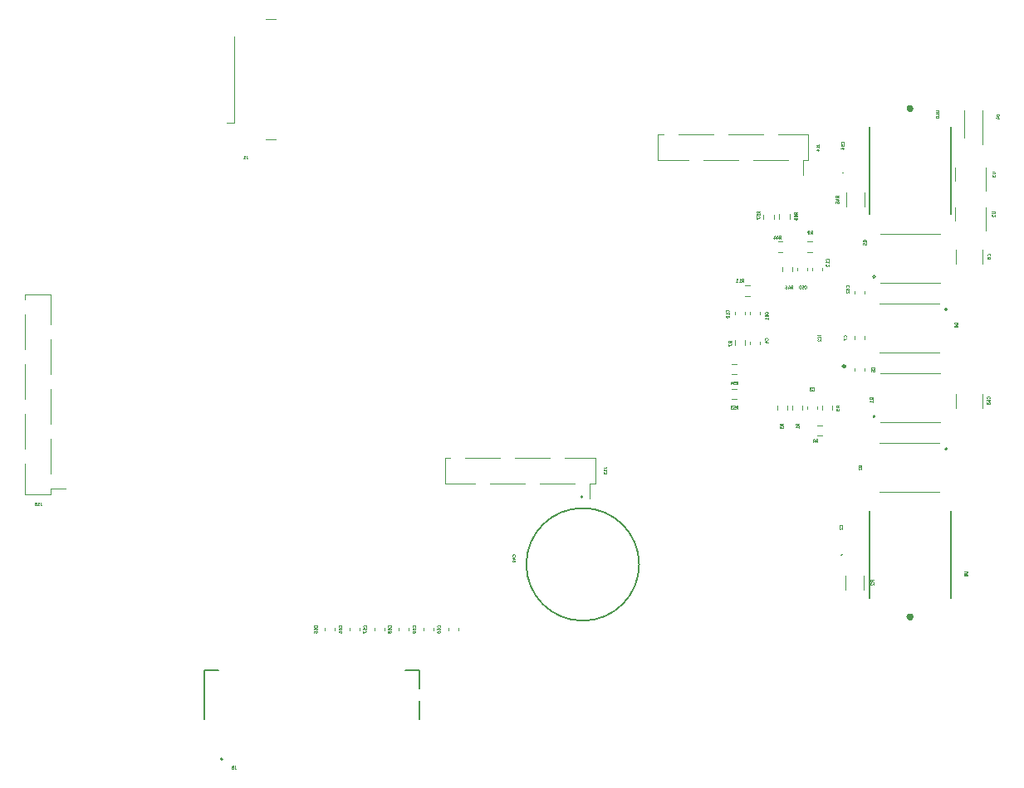
<source format=gbr>
G04 #@! TF.GenerationSoftware,KiCad,Pcbnew,(7.0.0-0)*
G04 #@! TF.CreationDate,2023-02-22T15:23:43+03:00*
G04 #@! TF.ProjectId,RP2040_minimal,52503230-3430-45f6-9d69-6e696d616c2e,REV1*
G04 #@! TF.SameCoordinates,Original*
G04 #@! TF.FileFunction,Legend,Bot*
G04 #@! TF.FilePolarity,Positive*
%FSLAX46Y46*%
G04 Gerber Fmt 4.6, Leading zero omitted, Abs format (unit mm)*
G04 Created by KiCad (PCBNEW (7.0.0-0)) date 2023-02-22 15:23:43*
%MOMM*%
%LPD*%
G01*
G04 APERTURE LIST*
%ADD10C,0.075000*%
%ADD11C,0.250000*%
%ADD12C,0.120000*%
%ADD13C,0.100000*%
%ADD14C,0.127000*%
%ADD15C,0.300000*%
%ADD16C,0.200000*%
G04 APERTURE END LIST*
D10*
X194210214Y-73227143D02*
X193910214Y-73227143D01*
X194181642Y-73541429D02*
X194195928Y-73527143D01*
X194195928Y-73527143D02*
X194210214Y-73484286D01*
X194210214Y-73484286D02*
X194210214Y-73455714D01*
X194210214Y-73455714D02*
X194195928Y-73412857D01*
X194195928Y-73412857D02*
X194167357Y-73384286D01*
X194167357Y-73384286D02*
X194138785Y-73370000D01*
X194138785Y-73370000D02*
X194081642Y-73355714D01*
X194081642Y-73355714D02*
X194038785Y-73355714D01*
X194038785Y-73355714D02*
X193981642Y-73370000D01*
X193981642Y-73370000D02*
X193953071Y-73384286D01*
X193953071Y-73384286D02*
X193924500Y-73412857D01*
X193924500Y-73412857D02*
X193910214Y-73455714D01*
X193910214Y-73455714D02*
X193910214Y-73484286D01*
X193910214Y-73484286D02*
X193924500Y-73527143D01*
X193924500Y-73527143D02*
X193938785Y-73541429D01*
X193938785Y-73655714D02*
X193924500Y-73670000D01*
X193924500Y-73670000D02*
X193910214Y-73698572D01*
X193910214Y-73698572D02*
X193910214Y-73770000D01*
X193910214Y-73770000D02*
X193924500Y-73798572D01*
X193924500Y-73798572D02*
X193938785Y-73812857D01*
X193938785Y-73812857D02*
X193967357Y-73827143D01*
X193967357Y-73827143D02*
X193995928Y-73827143D01*
X193995928Y-73827143D02*
X194038785Y-73812857D01*
X194038785Y-73812857D02*
X194210214Y-73641429D01*
X194210214Y-73641429D02*
X194210214Y-73827143D01*
X135679999Y-54930214D02*
X135679999Y-55144500D01*
X135679999Y-55144500D02*
X135694284Y-55187357D01*
X135694284Y-55187357D02*
X135722856Y-55215928D01*
X135722856Y-55215928D02*
X135765713Y-55230214D01*
X135765713Y-55230214D02*
X135794284Y-55230214D01*
X135379999Y-55230214D02*
X135551428Y-55230214D01*
X135465713Y-55230214D02*
X135465713Y-54930214D01*
X135465713Y-54930214D02*
X135494285Y-54973071D01*
X135494285Y-54973071D02*
X135522856Y-55001642D01*
X135522856Y-55001642D02*
X135551428Y-55015928D01*
X188811642Y-73710000D02*
X188825928Y-73695714D01*
X188825928Y-73695714D02*
X188840214Y-73652857D01*
X188840214Y-73652857D02*
X188840214Y-73624285D01*
X188840214Y-73624285D02*
X188825928Y-73581428D01*
X188825928Y-73581428D02*
X188797357Y-73552857D01*
X188797357Y-73552857D02*
X188768785Y-73538571D01*
X188768785Y-73538571D02*
X188711642Y-73524285D01*
X188711642Y-73524285D02*
X188668785Y-73524285D01*
X188668785Y-73524285D02*
X188611642Y-73538571D01*
X188611642Y-73538571D02*
X188583071Y-73552857D01*
X188583071Y-73552857D02*
X188554500Y-73581428D01*
X188554500Y-73581428D02*
X188540214Y-73624285D01*
X188540214Y-73624285D02*
X188540214Y-73652857D01*
X188540214Y-73652857D02*
X188554500Y-73695714D01*
X188554500Y-73695714D02*
X188568785Y-73710000D01*
X188640214Y-73967143D02*
X188840214Y-73967143D01*
X188525928Y-73895714D02*
X188740214Y-73824285D01*
X188740214Y-73824285D02*
X188740214Y-74010000D01*
X199661642Y-76695000D02*
X199675928Y-76680714D01*
X199675928Y-76680714D02*
X199690214Y-76637857D01*
X199690214Y-76637857D02*
X199690214Y-76609285D01*
X199690214Y-76609285D02*
X199675928Y-76566428D01*
X199675928Y-76566428D02*
X199647357Y-76537857D01*
X199647357Y-76537857D02*
X199618785Y-76523571D01*
X199618785Y-76523571D02*
X199561642Y-76509285D01*
X199561642Y-76509285D02*
X199518785Y-76509285D01*
X199518785Y-76509285D02*
X199461642Y-76523571D01*
X199461642Y-76523571D02*
X199433071Y-76537857D01*
X199433071Y-76537857D02*
X199404500Y-76566428D01*
X199404500Y-76566428D02*
X199390214Y-76609285D01*
X199390214Y-76609285D02*
X199390214Y-76637857D01*
X199390214Y-76637857D02*
X199404500Y-76680714D01*
X199404500Y-76680714D02*
X199418785Y-76695000D01*
X199390214Y-76966428D02*
X199390214Y-76823571D01*
X199390214Y-76823571D02*
X199533071Y-76809285D01*
X199533071Y-76809285D02*
X199518785Y-76823571D01*
X199518785Y-76823571D02*
X199504500Y-76852143D01*
X199504500Y-76852143D02*
X199504500Y-76923571D01*
X199504500Y-76923571D02*
X199518785Y-76952143D01*
X199518785Y-76952143D02*
X199533071Y-76966428D01*
X199533071Y-76966428D02*
X199561642Y-76980714D01*
X199561642Y-76980714D02*
X199633071Y-76980714D01*
X199633071Y-76980714D02*
X199661642Y-76966428D01*
X199661642Y-76966428D02*
X199675928Y-76952143D01*
X199675928Y-76952143D02*
X199690214Y-76923571D01*
X199690214Y-76923571D02*
X199690214Y-76852143D01*
X199690214Y-76852143D02*
X199675928Y-76823571D01*
X199675928Y-76823571D02*
X199661642Y-76809285D01*
X212420214Y-50688571D02*
X212120214Y-50688571D01*
X212120214Y-50688571D02*
X212120214Y-50760000D01*
X212120214Y-50760000D02*
X212134500Y-50802857D01*
X212134500Y-50802857D02*
X212163071Y-50831428D01*
X212163071Y-50831428D02*
X212191642Y-50845714D01*
X212191642Y-50845714D02*
X212248785Y-50860000D01*
X212248785Y-50860000D02*
X212291642Y-50860000D01*
X212291642Y-50860000D02*
X212348785Y-50845714D01*
X212348785Y-50845714D02*
X212377357Y-50831428D01*
X212377357Y-50831428D02*
X212405928Y-50802857D01*
X212405928Y-50802857D02*
X212420214Y-50760000D01*
X212420214Y-50760000D02*
X212420214Y-50688571D01*
X212220214Y-51117143D02*
X212420214Y-51117143D01*
X212105928Y-51045714D02*
X212320214Y-50974285D01*
X212320214Y-50974285D02*
X212320214Y-51160000D01*
X185140214Y-74020000D02*
X184997357Y-73920000D01*
X185140214Y-73848571D02*
X184840214Y-73848571D01*
X184840214Y-73848571D02*
X184840214Y-73962857D01*
X184840214Y-73962857D02*
X184854500Y-73991428D01*
X184854500Y-73991428D02*
X184868785Y-74005714D01*
X184868785Y-74005714D02*
X184897357Y-74020000D01*
X184897357Y-74020000D02*
X184940214Y-74020000D01*
X184940214Y-74020000D02*
X184968785Y-74005714D01*
X184968785Y-74005714D02*
X184983071Y-73991428D01*
X184983071Y-73991428D02*
X184997357Y-73962857D01*
X184997357Y-73962857D02*
X184997357Y-73848571D01*
X184840214Y-74120000D02*
X184840214Y-74320000D01*
X184840214Y-74320000D02*
X185140214Y-74191428D01*
X193369999Y-78851642D02*
X193384285Y-78865928D01*
X193384285Y-78865928D02*
X193427142Y-78880214D01*
X193427142Y-78880214D02*
X193455714Y-78880214D01*
X193455714Y-78880214D02*
X193498571Y-78865928D01*
X193498571Y-78865928D02*
X193527142Y-78837357D01*
X193527142Y-78837357D02*
X193541428Y-78808785D01*
X193541428Y-78808785D02*
X193555714Y-78751642D01*
X193555714Y-78751642D02*
X193555714Y-78708785D01*
X193555714Y-78708785D02*
X193541428Y-78651642D01*
X193541428Y-78651642D02*
X193527142Y-78623071D01*
X193527142Y-78623071D02*
X193498571Y-78594500D01*
X193498571Y-78594500D02*
X193455714Y-78580214D01*
X193455714Y-78580214D02*
X193427142Y-78580214D01*
X193427142Y-78580214D02*
X193384285Y-78594500D01*
X193384285Y-78594500D02*
X193369999Y-78608785D01*
X193269999Y-78580214D02*
X193084285Y-78580214D01*
X193084285Y-78580214D02*
X193184285Y-78694500D01*
X193184285Y-78694500D02*
X193141428Y-78694500D01*
X193141428Y-78694500D02*
X193112857Y-78708785D01*
X193112857Y-78708785D02*
X193098571Y-78723071D01*
X193098571Y-78723071D02*
X193084285Y-78751642D01*
X193084285Y-78751642D02*
X193084285Y-78823071D01*
X193084285Y-78823071D02*
X193098571Y-78851642D01*
X193098571Y-78851642D02*
X193112857Y-78865928D01*
X193112857Y-78865928D02*
X193141428Y-78880214D01*
X193141428Y-78880214D02*
X193227142Y-78880214D01*
X193227142Y-78880214D02*
X193255714Y-78865928D01*
X193255714Y-78865928D02*
X193269999Y-78851642D01*
X208865769Y-97329793D02*
X209108626Y-97329793D01*
X209108626Y-97329793D02*
X209137197Y-97344079D01*
X209137197Y-97344079D02*
X209151483Y-97358365D01*
X209151483Y-97358365D02*
X209165769Y-97386936D01*
X209165769Y-97386936D02*
X209165769Y-97444079D01*
X209165769Y-97444079D02*
X209151483Y-97472650D01*
X209151483Y-97472650D02*
X209137197Y-97486936D01*
X209137197Y-97486936D02*
X209108626Y-97501222D01*
X209108626Y-97501222D02*
X208865769Y-97501222D01*
X208994340Y-97686936D02*
X208980055Y-97658365D01*
X208980055Y-97658365D02*
X208965769Y-97644079D01*
X208965769Y-97644079D02*
X208937197Y-97629793D01*
X208937197Y-97629793D02*
X208922912Y-97629793D01*
X208922912Y-97629793D02*
X208894340Y-97644079D01*
X208894340Y-97644079D02*
X208880055Y-97658365D01*
X208880055Y-97658365D02*
X208865769Y-97686936D01*
X208865769Y-97686936D02*
X208865769Y-97744079D01*
X208865769Y-97744079D02*
X208880055Y-97772651D01*
X208880055Y-97772651D02*
X208894340Y-97786936D01*
X208894340Y-97786936D02*
X208922912Y-97801222D01*
X208922912Y-97801222D02*
X208937197Y-97801222D01*
X208937197Y-97801222D02*
X208965769Y-97786936D01*
X208965769Y-97786936D02*
X208980055Y-97772651D01*
X208980055Y-97772651D02*
X208994340Y-97744079D01*
X208994340Y-97744079D02*
X208994340Y-97686936D01*
X208994340Y-97686936D02*
X209008626Y-97658365D01*
X209008626Y-97658365D02*
X209022912Y-97644079D01*
X209022912Y-97644079D02*
X209051483Y-97629793D01*
X209051483Y-97629793D02*
X209108626Y-97629793D01*
X209108626Y-97629793D02*
X209137197Y-97644079D01*
X209137197Y-97644079D02*
X209151483Y-97658365D01*
X209151483Y-97658365D02*
X209165769Y-97686936D01*
X209165769Y-97686936D02*
X209165769Y-97744079D01*
X209165769Y-97744079D02*
X209151483Y-97772651D01*
X209151483Y-97772651D02*
X209137197Y-97786936D01*
X209137197Y-97786936D02*
X209108626Y-97801222D01*
X209108626Y-97801222D02*
X209051483Y-97801222D01*
X209051483Y-97801222D02*
X209022912Y-97786936D01*
X209022912Y-97786936D02*
X209008626Y-97772651D01*
X209008626Y-97772651D02*
X208994340Y-97744079D01*
X147871642Y-103032143D02*
X147885928Y-103017857D01*
X147885928Y-103017857D02*
X147900214Y-102975000D01*
X147900214Y-102975000D02*
X147900214Y-102946428D01*
X147900214Y-102946428D02*
X147885928Y-102903571D01*
X147885928Y-102903571D02*
X147857357Y-102875000D01*
X147857357Y-102875000D02*
X147828785Y-102860714D01*
X147828785Y-102860714D02*
X147771642Y-102846428D01*
X147771642Y-102846428D02*
X147728785Y-102846428D01*
X147728785Y-102846428D02*
X147671642Y-102860714D01*
X147671642Y-102860714D02*
X147643071Y-102875000D01*
X147643071Y-102875000D02*
X147614500Y-102903571D01*
X147614500Y-102903571D02*
X147600214Y-102946428D01*
X147600214Y-102946428D02*
X147600214Y-102975000D01*
X147600214Y-102975000D02*
X147614500Y-103017857D01*
X147614500Y-103017857D02*
X147628785Y-103032143D01*
X147600214Y-103303571D02*
X147600214Y-103160714D01*
X147600214Y-103160714D02*
X147743071Y-103146428D01*
X147743071Y-103146428D02*
X147728785Y-103160714D01*
X147728785Y-103160714D02*
X147714500Y-103189286D01*
X147714500Y-103189286D02*
X147714500Y-103260714D01*
X147714500Y-103260714D02*
X147728785Y-103289286D01*
X147728785Y-103289286D02*
X147743071Y-103303571D01*
X147743071Y-103303571D02*
X147771642Y-103317857D01*
X147771642Y-103317857D02*
X147843071Y-103317857D01*
X147843071Y-103317857D02*
X147871642Y-103303571D01*
X147871642Y-103303571D02*
X147885928Y-103289286D01*
X147885928Y-103289286D02*
X147900214Y-103260714D01*
X147900214Y-103260714D02*
X147900214Y-103189286D01*
X147900214Y-103189286D02*
X147885928Y-103160714D01*
X147885928Y-103160714D02*
X147871642Y-103146428D01*
X147600214Y-103417857D02*
X147600214Y-103617857D01*
X147600214Y-103617857D02*
X147900214Y-103489285D01*
X205960214Y-50278571D02*
X206203071Y-50278571D01*
X206203071Y-50278571D02*
X206231642Y-50292857D01*
X206231642Y-50292857D02*
X206245928Y-50307143D01*
X206245928Y-50307143D02*
X206260214Y-50335714D01*
X206260214Y-50335714D02*
X206260214Y-50392857D01*
X206260214Y-50392857D02*
X206245928Y-50421428D01*
X206245928Y-50421428D02*
X206231642Y-50435714D01*
X206231642Y-50435714D02*
X206203071Y-50450000D01*
X206203071Y-50450000D02*
X205960214Y-50450000D01*
X206260214Y-50750000D02*
X206260214Y-50578571D01*
X206260214Y-50664286D02*
X205960214Y-50664286D01*
X205960214Y-50664286D02*
X206003071Y-50635714D01*
X206003071Y-50635714D02*
X206031642Y-50607143D01*
X206031642Y-50607143D02*
X206045928Y-50578571D01*
X205960214Y-50935714D02*
X205960214Y-50964285D01*
X205960214Y-50964285D02*
X205974500Y-50992857D01*
X205974500Y-50992857D02*
X205988785Y-51007143D01*
X205988785Y-51007143D02*
X206017357Y-51021428D01*
X206017357Y-51021428D02*
X206074500Y-51035714D01*
X206074500Y-51035714D02*
X206145928Y-51035714D01*
X206145928Y-51035714D02*
X206203071Y-51021428D01*
X206203071Y-51021428D02*
X206231642Y-51007143D01*
X206231642Y-51007143D02*
X206245928Y-50992857D01*
X206245928Y-50992857D02*
X206260214Y-50964285D01*
X206260214Y-50964285D02*
X206260214Y-50935714D01*
X206260214Y-50935714D02*
X206245928Y-50907143D01*
X206245928Y-50907143D02*
X206231642Y-50892857D01*
X206231642Y-50892857D02*
X206203071Y-50878571D01*
X206203071Y-50878571D02*
X206145928Y-50864285D01*
X206145928Y-50864285D02*
X206074500Y-50864285D01*
X206074500Y-50864285D02*
X206017357Y-50878571D01*
X206017357Y-50878571D02*
X205988785Y-50892857D01*
X205988785Y-50892857D02*
X205974500Y-50907143D01*
X205974500Y-50907143D02*
X205960214Y-50935714D01*
X196050214Y-59189643D02*
X195907357Y-59089643D01*
X196050214Y-59018214D02*
X195750214Y-59018214D01*
X195750214Y-59018214D02*
X195750214Y-59132500D01*
X195750214Y-59132500D02*
X195764500Y-59161071D01*
X195764500Y-59161071D02*
X195778785Y-59175357D01*
X195778785Y-59175357D02*
X195807357Y-59189643D01*
X195807357Y-59189643D02*
X195850214Y-59189643D01*
X195850214Y-59189643D02*
X195878785Y-59175357D01*
X195878785Y-59175357D02*
X195893071Y-59161071D01*
X195893071Y-59161071D02*
X195907357Y-59132500D01*
X195907357Y-59132500D02*
X195907357Y-59018214D01*
X195850214Y-59446786D02*
X196050214Y-59446786D01*
X195735928Y-59375357D02*
X195950214Y-59303928D01*
X195950214Y-59303928D02*
X195950214Y-59489643D01*
X195750214Y-59746785D02*
X195750214Y-59603928D01*
X195750214Y-59603928D02*
X195893071Y-59589642D01*
X195893071Y-59589642D02*
X195878785Y-59603928D01*
X195878785Y-59603928D02*
X195864500Y-59632500D01*
X195864500Y-59632500D02*
X195864500Y-59703928D01*
X195864500Y-59703928D02*
X195878785Y-59732500D01*
X195878785Y-59732500D02*
X195893071Y-59746785D01*
X195893071Y-59746785D02*
X195921642Y-59761071D01*
X195921642Y-59761071D02*
X195993071Y-59761071D01*
X195993071Y-59761071D02*
X196021642Y-59746785D01*
X196021642Y-59746785D02*
X196035928Y-59732500D01*
X196035928Y-59732500D02*
X196050214Y-59703928D01*
X196050214Y-59703928D02*
X196050214Y-59632500D01*
X196050214Y-59632500D02*
X196035928Y-59603928D01*
X196035928Y-59603928D02*
X196021642Y-59589642D01*
X211431642Y-79677143D02*
X211445928Y-79662857D01*
X211445928Y-79662857D02*
X211460214Y-79620000D01*
X211460214Y-79620000D02*
X211460214Y-79591428D01*
X211460214Y-79591428D02*
X211445928Y-79548571D01*
X211445928Y-79548571D02*
X211417357Y-79520000D01*
X211417357Y-79520000D02*
X211388785Y-79505714D01*
X211388785Y-79505714D02*
X211331642Y-79491428D01*
X211331642Y-79491428D02*
X211288785Y-79491428D01*
X211288785Y-79491428D02*
X211231642Y-79505714D01*
X211231642Y-79505714D02*
X211203071Y-79520000D01*
X211203071Y-79520000D02*
X211174500Y-79548571D01*
X211174500Y-79548571D02*
X211160214Y-79591428D01*
X211160214Y-79591428D02*
X211160214Y-79620000D01*
X211160214Y-79620000D02*
X211174500Y-79662857D01*
X211174500Y-79662857D02*
X211188785Y-79677143D01*
X211160214Y-79948571D02*
X211160214Y-79805714D01*
X211160214Y-79805714D02*
X211303071Y-79791428D01*
X211303071Y-79791428D02*
X211288785Y-79805714D01*
X211288785Y-79805714D02*
X211274500Y-79834286D01*
X211274500Y-79834286D02*
X211274500Y-79905714D01*
X211274500Y-79905714D02*
X211288785Y-79934286D01*
X211288785Y-79934286D02*
X211303071Y-79948571D01*
X211303071Y-79948571D02*
X211331642Y-79962857D01*
X211331642Y-79962857D02*
X211403071Y-79962857D01*
X211403071Y-79962857D02*
X211431642Y-79948571D01*
X211431642Y-79948571D02*
X211445928Y-79934286D01*
X211445928Y-79934286D02*
X211460214Y-79905714D01*
X211460214Y-79905714D02*
X211460214Y-79834286D01*
X211460214Y-79834286D02*
X211445928Y-79805714D01*
X211445928Y-79805714D02*
X211431642Y-79791428D01*
X211160214Y-80062857D02*
X211160214Y-80248571D01*
X211160214Y-80248571D02*
X211274500Y-80148571D01*
X211274500Y-80148571D02*
X211274500Y-80191428D01*
X211274500Y-80191428D02*
X211288785Y-80220000D01*
X211288785Y-80220000D02*
X211303071Y-80234285D01*
X211303071Y-80234285D02*
X211331642Y-80248571D01*
X211331642Y-80248571D02*
X211403071Y-80248571D01*
X211403071Y-80248571D02*
X211431642Y-80234285D01*
X211431642Y-80234285D02*
X211445928Y-80220000D01*
X211445928Y-80220000D02*
X211460214Y-80191428D01*
X211460214Y-80191428D02*
X211460214Y-80105714D01*
X211460214Y-80105714D02*
X211445928Y-80077142D01*
X211445928Y-80077142D02*
X211431642Y-80062857D01*
X196831642Y-73430000D02*
X196845928Y-73415714D01*
X196845928Y-73415714D02*
X196860214Y-73372857D01*
X196860214Y-73372857D02*
X196860214Y-73344285D01*
X196860214Y-73344285D02*
X196845928Y-73301428D01*
X196845928Y-73301428D02*
X196817357Y-73272857D01*
X196817357Y-73272857D02*
X196788785Y-73258571D01*
X196788785Y-73258571D02*
X196731642Y-73244285D01*
X196731642Y-73244285D02*
X196688785Y-73244285D01*
X196688785Y-73244285D02*
X196631642Y-73258571D01*
X196631642Y-73258571D02*
X196603071Y-73272857D01*
X196603071Y-73272857D02*
X196574500Y-73301428D01*
X196574500Y-73301428D02*
X196560214Y-73344285D01*
X196560214Y-73344285D02*
X196560214Y-73372857D01*
X196560214Y-73372857D02*
X196574500Y-73415714D01*
X196574500Y-73415714D02*
X196588785Y-73430000D01*
X196560214Y-73530000D02*
X196560214Y-73730000D01*
X196560214Y-73730000D02*
X196860214Y-73601428D01*
X184831642Y-70847143D02*
X184845928Y-70832857D01*
X184845928Y-70832857D02*
X184860214Y-70790000D01*
X184860214Y-70790000D02*
X184860214Y-70761428D01*
X184860214Y-70761428D02*
X184845928Y-70718571D01*
X184845928Y-70718571D02*
X184817357Y-70690000D01*
X184817357Y-70690000D02*
X184788785Y-70675714D01*
X184788785Y-70675714D02*
X184731642Y-70661428D01*
X184731642Y-70661428D02*
X184688785Y-70661428D01*
X184688785Y-70661428D02*
X184631642Y-70675714D01*
X184631642Y-70675714D02*
X184603071Y-70690000D01*
X184603071Y-70690000D02*
X184574500Y-70718571D01*
X184574500Y-70718571D02*
X184560214Y-70761428D01*
X184560214Y-70761428D02*
X184560214Y-70790000D01*
X184560214Y-70790000D02*
X184574500Y-70832857D01*
X184574500Y-70832857D02*
X184588785Y-70847143D01*
X184860214Y-71132857D02*
X184860214Y-70961428D01*
X184860214Y-71047143D02*
X184560214Y-71047143D01*
X184560214Y-71047143D02*
X184603071Y-71018571D01*
X184603071Y-71018571D02*
X184631642Y-70990000D01*
X184631642Y-70990000D02*
X184645928Y-70961428D01*
X184560214Y-71318571D02*
X184560214Y-71347142D01*
X184560214Y-71347142D02*
X184574500Y-71375714D01*
X184574500Y-71375714D02*
X184588785Y-71390000D01*
X184588785Y-71390000D02*
X184617357Y-71404285D01*
X184617357Y-71404285D02*
X184674500Y-71418571D01*
X184674500Y-71418571D02*
X184745928Y-71418571D01*
X184745928Y-71418571D02*
X184803071Y-71404285D01*
X184803071Y-71404285D02*
X184831642Y-71390000D01*
X184831642Y-71390000D02*
X184845928Y-71375714D01*
X184845928Y-71375714D02*
X184860214Y-71347142D01*
X184860214Y-71347142D02*
X184860214Y-71318571D01*
X184860214Y-71318571D02*
X184845928Y-71290000D01*
X184845928Y-71290000D02*
X184831642Y-71275714D01*
X184831642Y-71275714D02*
X184803071Y-71261428D01*
X184803071Y-71261428D02*
X184745928Y-71247142D01*
X184745928Y-71247142D02*
X184674500Y-71247142D01*
X184674500Y-71247142D02*
X184617357Y-71261428D01*
X184617357Y-71261428D02*
X184588785Y-71275714D01*
X184588785Y-71275714D02*
X184574500Y-71290000D01*
X184574500Y-71290000D02*
X184560214Y-71318571D01*
X198398785Y-86701428D02*
X198384500Y-86672857D01*
X198384500Y-86672857D02*
X198355928Y-86644285D01*
X198355928Y-86644285D02*
X198313071Y-86601428D01*
X198313071Y-86601428D02*
X198298785Y-86572857D01*
X198298785Y-86572857D02*
X198298785Y-86544285D01*
X198370214Y-86558571D02*
X198355928Y-86530000D01*
X198355928Y-86530000D02*
X198327357Y-86501428D01*
X198327357Y-86501428D02*
X198270214Y-86487142D01*
X198270214Y-86487142D02*
X198170214Y-86487142D01*
X198170214Y-86487142D02*
X198113071Y-86501428D01*
X198113071Y-86501428D02*
X198084500Y-86530000D01*
X198084500Y-86530000D02*
X198070214Y-86558571D01*
X198070214Y-86558571D02*
X198070214Y-86615714D01*
X198070214Y-86615714D02*
X198084500Y-86644285D01*
X198084500Y-86644285D02*
X198113071Y-86672857D01*
X198113071Y-86672857D02*
X198170214Y-86687142D01*
X198170214Y-86687142D02*
X198270214Y-86687142D01*
X198270214Y-86687142D02*
X198327357Y-86672857D01*
X198327357Y-86672857D02*
X198355928Y-86644285D01*
X198355928Y-86644285D02*
X198370214Y-86615714D01*
X198370214Y-86615714D02*
X198370214Y-86558571D01*
X198098785Y-86801428D02*
X198084500Y-86815714D01*
X198084500Y-86815714D02*
X198070214Y-86844286D01*
X198070214Y-86844286D02*
X198070214Y-86915714D01*
X198070214Y-86915714D02*
X198084500Y-86944286D01*
X198084500Y-86944286D02*
X198098785Y-86958571D01*
X198098785Y-86958571D02*
X198127357Y-86972857D01*
X198127357Y-86972857D02*
X198155928Y-86972857D01*
X198155928Y-86972857D02*
X198198785Y-86958571D01*
X198198785Y-86958571D02*
X198370214Y-86787143D01*
X198370214Y-86787143D02*
X198370214Y-86972857D01*
X193179999Y-62900214D02*
X193279999Y-62757357D01*
X193351428Y-62900214D02*
X193351428Y-62600214D01*
X193351428Y-62600214D02*
X193237142Y-62600214D01*
X193237142Y-62600214D02*
X193208571Y-62614500D01*
X193208571Y-62614500D02*
X193194285Y-62628785D01*
X193194285Y-62628785D02*
X193179999Y-62657357D01*
X193179999Y-62657357D02*
X193179999Y-62700214D01*
X193179999Y-62700214D02*
X193194285Y-62728785D01*
X193194285Y-62728785D02*
X193208571Y-62743071D01*
X193208571Y-62743071D02*
X193237142Y-62757357D01*
X193237142Y-62757357D02*
X193351428Y-62757357D01*
X193037142Y-62900214D02*
X192979999Y-62900214D01*
X192979999Y-62900214D02*
X192951428Y-62885928D01*
X192951428Y-62885928D02*
X192937142Y-62871642D01*
X192937142Y-62871642D02*
X192908571Y-62828785D01*
X192908571Y-62828785D02*
X192894285Y-62771642D01*
X192894285Y-62771642D02*
X192894285Y-62657357D01*
X192894285Y-62657357D02*
X192908571Y-62628785D01*
X192908571Y-62628785D02*
X192922857Y-62614500D01*
X192922857Y-62614500D02*
X192951428Y-62600214D01*
X192951428Y-62600214D02*
X193008571Y-62600214D01*
X193008571Y-62600214D02*
X193037142Y-62614500D01*
X193037142Y-62614500D02*
X193051428Y-62628785D01*
X193051428Y-62628785D02*
X193065714Y-62657357D01*
X193065714Y-62657357D02*
X193065714Y-62728785D01*
X193065714Y-62728785D02*
X193051428Y-62757357D01*
X193051428Y-62757357D02*
X193037142Y-62771642D01*
X193037142Y-62771642D02*
X193008571Y-62785928D01*
X193008571Y-62785928D02*
X192951428Y-62785928D01*
X192951428Y-62785928D02*
X192922857Y-62771642D01*
X192922857Y-62771642D02*
X192908571Y-62757357D01*
X192908571Y-62757357D02*
X192894285Y-62728785D01*
X191810214Y-60867143D02*
X191667357Y-60767143D01*
X191810214Y-60695714D02*
X191510214Y-60695714D01*
X191510214Y-60695714D02*
X191510214Y-60810000D01*
X191510214Y-60810000D02*
X191524500Y-60838571D01*
X191524500Y-60838571D02*
X191538785Y-60852857D01*
X191538785Y-60852857D02*
X191567357Y-60867143D01*
X191567357Y-60867143D02*
X191610214Y-60867143D01*
X191610214Y-60867143D02*
X191638785Y-60852857D01*
X191638785Y-60852857D02*
X191653071Y-60838571D01*
X191653071Y-60838571D02*
X191667357Y-60810000D01*
X191667357Y-60810000D02*
X191667357Y-60695714D01*
X191510214Y-61138571D02*
X191510214Y-60995714D01*
X191510214Y-60995714D02*
X191653071Y-60981428D01*
X191653071Y-60981428D02*
X191638785Y-60995714D01*
X191638785Y-60995714D02*
X191624500Y-61024286D01*
X191624500Y-61024286D02*
X191624500Y-61095714D01*
X191624500Y-61095714D02*
X191638785Y-61124286D01*
X191638785Y-61124286D02*
X191653071Y-61138571D01*
X191653071Y-61138571D02*
X191681642Y-61152857D01*
X191681642Y-61152857D02*
X191753071Y-61152857D01*
X191753071Y-61152857D02*
X191781642Y-61138571D01*
X191781642Y-61138571D02*
X191795928Y-61124286D01*
X191795928Y-61124286D02*
X191810214Y-61095714D01*
X191810214Y-61095714D02*
X191810214Y-61024286D01*
X191810214Y-61024286D02*
X191795928Y-60995714D01*
X191795928Y-60995714D02*
X191781642Y-60981428D01*
X191510214Y-61410000D02*
X191510214Y-61352857D01*
X191510214Y-61352857D02*
X191524500Y-61324285D01*
X191524500Y-61324285D02*
X191538785Y-61310000D01*
X191538785Y-61310000D02*
X191581642Y-61281428D01*
X191581642Y-61281428D02*
X191638785Y-61267142D01*
X191638785Y-61267142D02*
X191753071Y-61267142D01*
X191753071Y-61267142D02*
X191781642Y-61281428D01*
X191781642Y-61281428D02*
X191795928Y-61295714D01*
X191795928Y-61295714D02*
X191810214Y-61324285D01*
X191810214Y-61324285D02*
X191810214Y-61381428D01*
X191810214Y-61381428D02*
X191795928Y-61410000D01*
X191795928Y-61410000D02*
X191781642Y-61424285D01*
X191781642Y-61424285D02*
X191753071Y-61438571D01*
X191753071Y-61438571D02*
X191681642Y-61438571D01*
X191681642Y-61438571D02*
X191653071Y-61424285D01*
X191653071Y-61424285D02*
X191638785Y-61410000D01*
X191638785Y-61410000D02*
X191624500Y-61381428D01*
X191624500Y-61381428D02*
X191624500Y-61324285D01*
X191624500Y-61324285D02*
X191638785Y-61295714D01*
X191638785Y-61295714D02*
X191653071Y-61281428D01*
X191653071Y-61281428D02*
X191681642Y-61267142D01*
X191172856Y-68490214D02*
X191272856Y-68347357D01*
X191344285Y-68490214D02*
X191344285Y-68190214D01*
X191344285Y-68190214D02*
X191229999Y-68190214D01*
X191229999Y-68190214D02*
X191201428Y-68204500D01*
X191201428Y-68204500D02*
X191187142Y-68218785D01*
X191187142Y-68218785D02*
X191172856Y-68247357D01*
X191172856Y-68247357D02*
X191172856Y-68290214D01*
X191172856Y-68290214D02*
X191187142Y-68318785D01*
X191187142Y-68318785D02*
X191201428Y-68333071D01*
X191201428Y-68333071D02*
X191229999Y-68347357D01*
X191229999Y-68347357D02*
X191344285Y-68347357D01*
X190915714Y-68290214D02*
X190915714Y-68490214D01*
X190987142Y-68175928D02*
X191058571Y-68390214D01*
X191058571Y-68390214D02*
X190872856Y-68390214D01*
X190630000Y-68190214D02*
X190687142Y-68190214D01*
X190687142Y-68190214D02*
X190715714Y-68204500D01*
X190715714Y-68204500D02*
X190730000Y-68218785D01*
X190730000Y-68218785D02*
X190758571Y-68261642D01*
X190758571Y-68261642D02*
X190772857Y-68318785D01*
X190772857Y-68318785D02*
X190772857Y-68433071D01*
X190772857Y-68433071D02*
X190758571Y-68461642D01*
X190758571Y-68461642D02*
X190744285Y-68475928D01*
X190744285Y-68475928D02*
X190715714Y-68490214D01*
X190715714Y-68490214D02*
X190658571Y-68490214D01*
X190658571Y-68490214D02*
X190630000Y-68475928D01*
X190630000Y-68475928D02*
X190615714Y-68461642D01*
X190615714Y-68461642D02*
X190601428Y-68433071D01*
X190601428Y-68433071D02*
X190601428Y-68361642D01*
X190601428Y-68361642D02*
X190615714Y-68333071D01*
X190615714Y-68333071D02*
X190630000Y-68318785D01*
X190630000Y-68318785D02*
X190658571Y-68304500D01*
X190658571Y-68304500D02*
X190715714Y-68304500D01*
X190715714Y-68304500D02*
X190744285Y-68318785D01*
X190744285Y-68318785D02*
X190758571Y-68333071D01*
X190758571Y-68333071D02*
X190772857Y-68361642D01*
X163061392Y-95802143D02*
X163075678Y-95787857D01*
X163075678Y-95787857D02*
X163089964Y-95745000D01*
X163089964Y-95745000D02*
X163089964Y-95716428D01*
X163089964Y-95716428D02*
X163075678Y-95673571D01*
X163075678Y-95673571D02*
X163047107Y-95645000D01*
X163047107Y-95645000D02*
X163018535Y-95630714D01*
X163018535Y-95630714D02*
X162961392Y-95616428D01*
X162961392Y-95616428D02*
X162918535Y-95616428D01*
X162918535Y-95616428D02*
X162861392Y-95630714D01*
X162861392Y-95630714D02*
X162832821Y-95645000D01*
X162832821Y-95645000D02*
X162804250Y-95673571D01*
X162804250Y-95673571D02*
X162789964Y-95716428D01*
X162789964Y-95716428D02*
X162789964Y-95745000D01*
X162789964Y-95745000D02*
X162804250Y-95787857D01*
X162804250Y-95787857D02*
X162818535Y-95802143D01*
X162889964Y-96059286D02*
X163089964Y-96059286D01*
X162775678Y-95987857D02*
X162989964Y-95916428D01*
X162989964Y-95916428D02*
X162989964Y-96102143D01*
X163089964Y-96230714D02*
X163089964Y-96287857D01*
X163089964Y-96287857D02*
X163075678Y-96316428D01*
X163075678Y-96316428D02*
X163061392Y-96330714D01*
X163061392Y-96330714D02*
X163018535Y-96359285D01*
X163018535Y-96359285D02*
X162961392Y-96373571D01*
X162961392Y-96373571D02*
X162847107Y-96373571D01*
X162847107Y-96373571D02*
X162818535Y-96359285D01*
X162818535Y-96359285D02*
X162804250Y-96345000D01*
X162804250Y-96345000D02*
X162789964Y-96316428D01*
X162789964Y-96316428D02*
X162789964Y-96259285D01*
X162789964Y-96259285D02*
X162804250Y-96230714D01*
X162804250Y-96230714D02*
X162818535Y-96216428D01*
X162818535Y-96216428D02*
X162847107Y-96202142D01*
X162847107Y-96202142D02*
X162918535Y-96202142D01*
X162918535Y-96202142D02*
X162947107Y-96216428D01*
X162947107Y-96216428D02*
X162961392Y-96230714D01*
X162961392Y-96230714D02*
X162975678Y-96259285D01*
X162975678Y-96259285D02*
X162975678Y-96316428D01*
X162975678Y-96316428D02*
X162961392Y-96345000D01*
X162961392Y-96345000D02*
X162947107Y-96359285D01*
X162947107Y-96359285D02*
X162918535Y-96373571D01*
X185612856Y-80760214D02*
X185712856Y-80617357D01*
X185784285Y-80760214D02*
X185784285Y-80460214D01*
X185784285Y-80460214D02*
X185669999Y-80460214D01*
X185669999Y-80460214D02*
X185641428Y-80474500D01*
X185641428Y-80474500D02*
X185627142Y-80488785D01*
X185627142Y-80488785D02*
X185612856Y-80517357D01*
X185612856Y-80517357D02*
X185612856Y-80560214D01*
X185612856Y-80560214D02*
X185627142Y-80588785D01*
X185627142Y-80588785D02*
X185641428Y-80603071D01*
X185641428Y-80603071D02*
X185669999Y-80617357D01*
X185669999Y-80617357D02*
X185784285Y-80617357D01*
X185341428Y-80460214D02*
X185484285Y-80460214D01*
X185484285Y-80460214D02*
X185498571Y-80603071D01*
X185498571Y-80603071D02*
X185484285Y-80588785D01*
X185484285Y-80588785D02*
X185455714Y-80574500D01*
X185455714Y-80574500D02*
X185384285Y-80574500D01*
X185384285Y-80574500D02*
X185355714Y-80588785D01*
X185355714Y-80588785D02*
X185341428Y-80603071D01*
X185341428Y-80603071D02*
X185327142Y-80631642D01*
X185327142Y-80631642D02*
X185327142Y-80703071D01*
X185327142Y-80703071D02*
X185341428Y-80731642D01*
X185341428Y-80731642D02*
X185355714Y-80745928D01*
X185355714Y-80745928D02*
X185384285Y-80760214D01*
X185384285Y-80760214D02*
X185455714Y-80760214D01*
X185455714Y-80760214D02*
X185484285Y-80745928D01*
X185484285Y-80745928D02*
X185498571Y-80731642D01*
X185227142Y-80460214D02*
X185041428Y-80460214D01*
X185041428Y-80460214D02*
X185141428Y-80574500D01*
X185141428Y-80574500D02*
X185098571Y-80574500D01*
X185098571Y-80574500D02*
X185070000Y-80588785D01*
X185070000Y-80588785D02*
X185055714Y-80603071D01*
X185055714Y-80603071D02*
X185041428Y-80631642D01*
X185041428Y-80631642D02*
X185041428Y-80703071D01*
X185041428Y-80703071D02*
X185055714Y-80731642D01*
X185055714Y-80731642D02*
X185070000Y-80745928D01*
X185070000Y-80745928D02*
X185098571Y-80760214D01*
X185098571Y-80760214D02*
X185184285Y-80760214D01*
X185184285Y-80760214D02*
X185212857Y-80745928D01*
X185212857Y-80745928D02*
X185227142Y-80731642D01*
X199548785Y-79791428D02*
X199534500Y-79762857D01*
X199534500Y-79762857D02*
X199505928Y-79734285D01*
X199505928Y-79734285D02*
X199463071Y-79691428D01*
X199463071Y-79691428D02*
X199448785Y-79662857D01*
X199448785Y-79662857D02*
X199448785Y-79634285D01*
X199520214Y-79648571D02*
X199505928Y-79620000D01*
X199505928Y-79620000D02*
X199477357Y-79591428D01*
X199477357Y-79591428D02*
X199420214Y-79577142D01*
X199420214Y-79577142D02*
X199320214Y-79577142D01*
X199320214Y-79577142D02*
X199263071Y-79591428D01*
X199263071Y-79591428D02*
X199234500Y-79620000D01*
X199234500Y-79620000D02*
X199220214Y-79648571D01*
X199220214Y-79648571D02*
X199220214Y-79705714D01*
X199220214Y-79705714D02*
X199234500Y-79734285D01*
X199234500Y-79734285D02*
X199263071Y-79762857D01*
X199263071Y-79762857D02*
X199320214Y-79777142D01*
X199320214Y-79777142D02*
X199420214Y-79777142D01*
X199420214Y-79777142D02*
X199477357Y-79762857D01*
X199477357Y-79762857D02*
X199505928Y-79734285D01*
X199505928Y-79734285D02*
X199520214Y-79705714D01*
X199520214Y-79705714D02*
X199520214Y-79648571D01*
X199520214Y-80062857D02*
X199520214Y-79891428D01*
X199520214Y-79977143D02*
X199220214Y-79977143D01*
X199220214Y-79977143D02*
X199263071Y-79948571D01*
X199263071Y-79948571D02*
X199291642Y-79920000D01*
X199291642Y-79920000D02*
X199305928Y-79891428D01*
X211690214Y-60631428D02*
X211933071Y-60631428D01*
X211933071Y-60631428D02*
X211961642Y-60645714D01*
X211961642Y-60645714D02*
X211975928Y-60660000D01*
X211975928Y-60660000D02*
X211990214Y-60688571D01*
X211990214Y-60688571D02*
X211990214Y-60745714D01*
X211990214Y-60745714D02*
X211975928Y-60774285D01*
X211975928Y-60774285D02*
X211961642Y-60788571D01*
X211961642Y-60788571D02*
X211933071Y-60802857D01*
X211933071Y-60802857D02*
X211690214Y-60802857D01*
X211718785Y-60931428D02*
X211704500Y-60945714D01*
X211704500Y-60945714D02*
X211690214Y-60974286D01*
X211690214Y-60974286D02*
X211690214Y-61045714D01*
X211690214Y-61045714D02*
X211704500Y-61074286D01*
X211704500Y-61074286D02*
X211718785Y-61088571D01*
X211718785Y-61088571D02*
X211747357Y-61102857D01*
X211747357Y-61102857D02*
X211775928Y-61102857D01*
X211775928Y-61102857D02*
X211818785Y-61088571D01*
X211818785Y-61088571D02*
X211990214Y-60917143D01*
X211990214Y-60917143D02*
X211990214Y-61102857D01*
X190400214Y-82430000D02*
X190257357Y-82330000D01*
X190400214Y-82258571D02*
X190100214Y-82258571D01*
X190100214Y-82258571D02*
X190100214Y-82372857D01*
X190100214Y-82372857D02*
X190114500Y-82401428D01*
X190114500Y-82401428D02*
X190128785Y-82415714D01*
X190128785Y-82415714D02*
X190157357Y-82430000D01*
X190157357Y-82430000D02*
X190200214Y-82430000D01*
X190200214Y-82430000D02*
X190228785Y-82415714D01*
X190228785Y-82415714D02*
X190243071Y-82401428D01*
X190243071Y-82401428D02*
X190257357Y-82372857D01*
X190257357Y-82372857D02*
X190257357Y-82258571D01*
X190100214Y-82530000D02*
X190100214Y-82715714D01*
X190100214Y-82715714D02*
X190214500Y-82615714D01*
X190214500Y-82615714D02*
X190214500Y-82658571D01*
X190214500Y-82658571D02*
X190228785Y-82687143D01*
X190228785Y-82687143D02*
X190243071Y-82701428D01*
X190243071Y-82701428D02*
X190271642Y-82715714D01*
X190271642Y-82715714D02*
X190343071Y-82715714D01*
X190343071Y-82715714D02*
X190371642Y-82701428D01*
X190371642Y-82701428D02*
X190385928Y-82687143D01*
X190385928Y-82687143D02*
X190400214Y-82658571D01*
X190400214Y-82658571D02*
X190400214Y-82572857D01*
X190400214Y-82572857D02*
X190385928Y-82544285D01*
X190385928Y-82544285D02*
X190371642Y-82530000D01*
X190002856Y-63380214D02*
X190102856Y-63237357D01*
X190174285Y-63380214D02*
X190174285Y-63080214D01*
X190174285Y-63080214D02*
X190059999Y-63080214D01*
X190059999Y-63080214D02*
X190031428Y-63094500D01*
X190031428Y-63094500D02*
X190017142Y-63108785D01*
X190017142Y-63108785D02*
X190002856Y-63137357D01*
X190002856Y-63137357D02*
X190002856Y-63180214D01*
X190002856Y-63180214D02*
X190017142Y-63208785D01*
X190017142Y-63208785D02*
X190031428Y-63223071D01*
X190031428Y-63223071D02*
X190059999Y-63237357D01*
X190059999Y-63237357D02*
X190174285Y-63237357D01*
X189745714Y-63180214D02*
X189745714Y-63380214D01*
X189817142Y-63065928D02*
X189888571Y-63280214D01*
X189888571Y-63280214D02*
X189702856Y-63280214D01*
X189460000Y-63180214D02*
X189460000Y-63380214D01*
X189531428Y-63065928D02*
X189602857Y-63280214D01*
X189602857Y-63280214D02*
X189417142Y-63280214D01*
X134501421Y-117202454D02*
X134501421Y-117416740D01*
X134501421Y-117416740D02*
X134515706Y-117459597D01*
X134515706Y-117459597D02*
X134544278Y-117488168D01*
X134544278Y-117488168D02*
X134587135Y-117502454D01*
X134587135Y-117502454D02*
X134615706Y-117502454D01*
X134315707Y-117331025D02*
X134344278Y-117316740D01*
X134344278Y-117316740D02*
X134358564Y-117302454D01*
X134358564Y-117302454D02*
X134372850Y-117273882D01*
X134372850Y-117273882D02*
X134372850Y-117259597D01*
X134372850Y-117259597D02*
X134358564Y-117231025D01*
X134358564Y-117231025D02*
X134344278Y-117216740D01*
X134344278Y-117216740D02*
X134315707Y-117202454D01*
X134315707Y-117202454D02*
X134258564Y-117202454D01*
X134258564Y-117202454D02*
X134229993Y-117216740D01*
X134229993Y-117216740D02*
X134215707Y-117231025D01*
X134215707Y-117231025D02*
X134201421Y-117259597D01*
X134201421Y-117259597D02*
X134201421Y-117273882D01*
X134201421Y-117273882D02*
X134215707Y-117302454D01*
X134215707Y-117302454D02*
X134229993Y-117316740D01*
X134229993Y-117316740D02*
X134258564Y-117331025D01*
X134258564Y-117331025D02*
X134315707Y-117331025D01*
X134315707Y-117331025D02*
X134344278Y-117345311D01*
X134344278Y-117345311D02*
X134358564Y-117359597D01*
X134358564Y-117359597D02*
X134372850Y-117388168D01*
X134372850Y-117388168D02*
X134372850Y-117445311D01*
X134372850Y-117445311D02*
X134358564Y-117473882D01*
X134358564Y-117473882D02*
X134344278Y-117488168D01*
X134344278Y-117488168D02*
X134315707Y-117502454D01*
X134315707Y-117502454D02*
X134258564Y-117502454D01*
X134258564Y-117502454D02*
X134229993Y-117488168D01*
X134229993Y-117488168D02*
X134215707Y-117473882D01*
X134215707Y-117473882D02*
X134201421Y-117445311D01*
X134201421Y-117445311D02*
X134201421Y-117388168D01*
X134201421Y-117388168D02*
X134215707Y-117359597D01*
X134215707Y-117359597D02*
X134229993Y-117345311D01*
X134229993Y-117345311D02*
X134258564Y-117331025D01*
X196411642Y-92770000D02*
X196425928Y-92755714D01*
X196425928Y-92755714D02*
X196440214Y-92712857D01*
X196440214Y-92712857D02*
X196440214Y-92684285D01*
X196440214Y-92684285D02*
X196425928Y-92641428D01*
X196425928Y-92641428D02*
X196397357Y-92612857D01*
X196397357Y-92612857D02*
X196368785Y-92598571D01*
X196368785Y-92598571D02*
X196311642Y-92584285D01*
X196311642Y-92584285D02*
X196268785Y-92584285D01*
X196268785Y-92584285D02*
X196211642Y-92598571D01*
X196211642Y-92598571D02*
X196183071Y-92612857D01*
X196183071Y-92612857D02*
X196154500Y-92641428D01*
X196154500Y-92641428D02*
X196140214Y-92684285D01*
X196140214Y-92684285D02*
X196140214Y-92712857D01*
X196140214Y-92712857D02*
X196154500Y-92755714D01*
X196154500Y-92755714D02*
X196168785Y-92770000D01*
X196168785Y-92884285D02*
X196154500Y-92898571D01*
X196154500Y-92898571D02*
X196140214Y-92927143D01*
X196140214Y-92927143D02*
X196140214Y-92998571D01*
X196140214Y-92998571D02*
X196154500Y-93027143D01*
X196154500Y-93027143D02*
X196168785Y-93041428D01*
X196168785Y-93041428D02*
X196197357Y-93055714D01*
X196197357Y-93055714D02*
X196225928Y-93055714D01*
X196225928Y-93055714D02*
X196268785Y-93041428D01*
X196268785Y-93041428D02*
X196440214Y-92870000D01*
X196440214Y-92870000D02*
X196440214Y-93055714D01*
X192592856Y-68441642D02*
X192607142Y-68455928D01*
X192607142Y-68455928D02*
X192649999Y-68470214D01*
X192649999Y-68470214D02*
X192678571Y-68470214D01*
X192678571Y-68470214D02*
X192721428Y-68455928D01*
X192721428Y-68455928D02*
X192749999Y-68427357D01*
X192749999Y-68427357D02*
X192764285Y-68398785D01*
X192764285Y-68398785D02*
X192778571Y-68341642D01*
X192778571Y-68341642D02*
X192778571Y-68298785D01*
X192778571Y-68298785D02*
X192764285Y-68241642D01*
X192764285Y-68241642D02*
X192749999Y-68213071D01*
X192749999Y-68213071D02*
X192721428Y-68184500D01*
X192721428Y-68184500D02*
X192678571Y-68170214D01*
X192678571Y-68170214D02*
X192649999Y-68170214D01*
X192649999Y-68170214D02*
X192607142Y-68184500D01*
X192607142Y-68184500D02*
X192592856Y-68198785D01*
X192321428Y-68170214D02*
X192464285Y-68170214D01*
X192464285Y-68170214D02*
X192478571Y-68313071D01*
X192478571Y-68313071D02*
X192464285Y-68298785D01*
X192464285Y-68298785D02*
X192435714Y-68284500D01*
X192435714Y-68284500D02*
X192364285Y-68284500D01*
X192364285Y-68284500D02*
X192335714Y-68298785D01*
X192335714Y-68298785D02*
X192321428Y-68313071D01*
X192321428Y-68313071D02*
X192307142Y-68341642D01*
X192307142Y-68341642D02*
X192307142Y-68413071D01*
X192307142Y-68413071D02*
X192321428Y-68441642D01*
X192321428Y-68441642D02*
X192335714Y-68455928D01*
X192335714Y-68455928D02*
X192364285Y-68470214D01*
X192364285Y-68470214D02*
X192435714Y-68470214D01*
X192435714Y-68470214D02*
X192464285Y-68455928D01*
X192464285Y-68455928D02*
X192478571Y-68441642D01*
X192121428Y-68170214D02*
X192092857Y-68170214D01*
X192092857Y-68170214D02*
X192064285Y-68184500D01*
X192064285Y-68184500D02*
X192050000Y-68198785D01*
X192050000Y-68198785D02*
X192035714Y-68227357D01*
X192035714Y-68227357D02*
X192021428Y-68284500D01*
X192021428Y-68284500D02*
X192021428Y-68355928D01*
X192021428Y-68355928D02*
X192035714Y-68413071D01*
X192035714Y-68413071D02*
X192050000Y-68441642D01*
X192050000Y-68441642D02*
X192064285Y-68455928D01*
X192064285Y-68455928D02*
X192092857Y-68470214D01*
X192092857Y-68470214D02*
X192121428Y-68470214D01*
X192121428Y-68470214D02*
X192150000Y-68455928D01*
X192150000Y-68455928D02*
X192164285Y-68441642D01*
X192164285Y-68441642D02*
X192178571Y-68413071D01*
X192178571Y-68413071D02*
X192192857Y-68355928D01*
X192192857Y-68355928D02*
X192192857Y-68284500D01*
X192192857Y-68284500D02*
X192178571Y-68227357D01*
X192178571Y-68227357D02*
X192164285Y-68198785D01*
X192164285Y-68198785D02*
X192150000Y-68184500D01*
X192150000Y-68184500D02*
X192121428Y-68170214D01*
X211700214Y-56588928D02*
X211943071Y-56588928D01*
X211943071Y-56588928D02*
X211971642Y-56603214D01*
X211971642Y-56603214D02*
X211985928Y-56617500D01*
X211985928Y-56617500D02*
X212000214Y-56646071D01*
X212000214Y-56646071D02*
X212000214Y-56703214D01*
X212000214Y-56703214D02*
X211985928Y-56731785D01*
X211985928Y-56731785D02*
X211971642Y-56746071D01*
X211971642Y-56746071D02*
X211943071Y-56760357D01*
X211943071Y-56760357D02*
X211700214Y-56760357D01*
X211700214Y-56874643D02*
X211700214Y-57060357D01*
X211700214Y-57060357D02*
X211814500Y-56960357D01*
X211814500Y-56960357D02*
X211814500Y-57003214D01*
X211814500Y-57003214D02*
X211828785Y-57031786D01*
X211828785Y-57031786D02*
X211843071Y-57046071D01*
X211843071Y-57046071D02*
X211871642Y-57060357D01*
X211871642Y-57060357D02*
X211943071Y-57060357D01*
X211943071Y-57060357D02*
X211971642Y-57046071D01*
X211971642Y-57046071D02*
X211985928Y-57031786D01*
X211985928Y-57031786D02*
X212000214Y-57003214D01*
X212000214Y-57003214D02*
X212000214Y-56917500D01*
X212000214Y-56917500D02*
X211985928Y-56888928D01*
X211985928Y-56888928D02*
X211971642Y-56874643D01*
X208178785Y-72141428D02*
X208164500Y-72112857D01*
X208164500Y-72112857D02*
X208135928Y-72084285D01*
X208135928Y-72084285D02*
X208093071Y-72041428D01*
X208093071Y-72041428D02*
X208078785Y-72012857D01*
X208078785Y-72012857D02*
X208078785Y-71984285D01*
X208150214Y-71998571D02*
X208135928Y-71970000D01*
X208135928Y-71970000D02*
X208107357Y-71941428D01*
X208107357Y-71941428D02*
X208050214Y-71927142D01*
X208050214Y-71927142D02*
X207950214Y-71927142D01*
X207950214Y-71927142D02*
X207893071Y-71941428D01*
X207893071Y-71941428D02*
X207864500Y-71970000D01*
X207864500Y-71970000D02*
X207850214Y-71998571D01*
X207850214Y-71998571D02*
X207850214Y-72055714D01*
X207850214Y-72055714D02*
X207864500Y-72084285D01*
X207864500Y-72084285D02*
X207893071Y-72112857D01*
X207893071Y-72112857D02*
X207950214Y-72127142D01*
X207950214Y-72127142D02*
X208050214Y-72127142D01*
X208050214Y-72127142D02*
X208107357Y-72112857D01*
X208107357Y-72112857D02*
X208135928Y-72084285D01*
X208135928Y-72084285D02*
X208150214Y-72055714D01*
X208150214Y-72055714D02*
X208150214Y-71998571D01*
X207850214Y-72384286D02*
X207850214Y-72327143D01*
X207850214Y-72327143D02*
X207864500Y-72298571D01*
X207864500Y-72298571D02*
X207878785Y-72284286D01*
X207878785Y-72284286D02*
X207921642Y-72255714D01*
X207921642Y-72255714D02*
X207978785Y-72241428D01*
X207978785Y-72241428D02*
X208093071Y-72241428D01*
X208093071Y-72241428D02*
X208121642Y-72255714D01*
X208121642Y-72255714D02*
X208135928Y-72270000D01*
X208135928Y-72270000D02*
X208150214Y-72298571D01*
X208150214Y-72298571D02*
X208150214Y-72355714D01*
X208150214Y-72355714D02*
X208135928Y-72384286D01*
X208135928Y-72384286D02*
X208121642Y-72398571D01*
X208121642Y-72398571D02*
X208093071Y-72412857D01*
X208093071Y-72412857D02*
X208021642Y-72412857D01*
X208021642Y-72412857D02*
X207993071Y-72398571D01*
X207993071Y-72398571D02*
X207978785Y-72384286D01*
X207978785Y-72384286D02*
X207964500Y-72355714D01*
X207964500Y-72355714D02*
X207964500Y-72298571D01*
X207964500Y-72298571D02*
X207978785Y-72270000D01*
X207978785Y-72270000D02*
X207993071Y-72255714D01*
X207993071Y-72255714D02*
X208021642Y-72241428D01*
X196100214Y-80630000D02*
X195957357Y-80530000D01*
X196100214Y-80458571D02*
X195800214Y-80458571D01*
X195800214Y-80458571D02*
X195800214Y-80572857D01*
X195800214Y-80572857D02*
X195814500Y-80601428D01*
X195814500Y-80601428D02*
X195828785Y-80615714D01*
X195828785Y-80615714D02*
X195857357Y-80630000D01*
X195857357Y-80630000D02*
X195900214Y-80630000D01*
X195900214Y-80630000D02*
X195928785Y-80615714D01*
X195928785Y-80615714D02*
X195943071Y-80601428D01*
X195943071Y-80601428D02*
X195957357Y-80572857D01*
X195957357Y-80572857D02*
X195957357Y-80458571D01*
X195800214Y-80901428D02*
X195800214Y-80758571D01*
X195800214Y-80758571D02*
X195943071Y-80744285D01*
X195943071Y-80744285D02*
X195928785Y-80758571D01*
X195928785Y-80758571D02*
X195914500Y-80787143D01*
X195914500Y-80787143D02*
X195914500Y-80858571D01*
X195914500Y-80858571D02*
X195928785Y-80887143D01*
X195928785Y-80887143D02*
X195943071Y-80901428D01*
X195943071Y-80901428D02*
X195971642Y-80915714D01*
X195971642Y-80915714D02*
X196043071Y-80915714D01*
X196043071Y-80915714D02*
X196071642Y-80901428D01*
X196071642Y-80901428D02*
X196085928Y-80887143D01*
X196085928Y-80887143D02*
X196100214Y-80858571D01*
X196100214Y-80858571D02*
X196100214Y-80787143D01*
X196100214Y-80787143D02*
X196085928Y-80758571D01*
X196085928Y-80758571D02*
X196071642Y-80744285D01*
X114677856Y-90300214D02*
X114677856Y-90514500D01*
X114677856Y-90514500D02*
X114692141Y-90557357D01*
X114692141Y-90557357D02*
X114720713Y-90585928D01*
X114720713Y-90585928D02*
X114763570Y-90600214D01*
X114763570Y-90600214D02*
X114792141Y-90600214D01*
X114377856Y-90600214D02*
X114549285Y-90600214D01*
X114463570Y-90600214D02*
X114463570Y-90300214D01*
X114463570Y-90300214D02*
X114492142Y-90343071D01*
X114492142Y-90343071D02*
X114520713Y-90371642D01*
X114520713Y-90371642D02*
X114549285Y-90385928D01*
X114120714Y-90300214D02*
X114177856Y-90300214D01*
X114177856Y-90300214D02*
X114206428Y-90314500D01*
X114206428Y-90314500D02*
X114220714Y-90328785D01*
X114220714Y-90328785D02*
X114249285Y-90371642D01*
X114249285Y-90371642D02*
X114263571Y-90428785D01*
X114263571Y-90428785D02*
X114263571Y-90543071D01*
X114263571Y-90543071D02*
X114249285Y-90571642D01*
X114249285Y-90571642D02*
X114234999Y-90585928D01*
X114234999Y-90585928D02*
X114206428Y-90600214D01*
X114206428Y-90600214D02*
X114149285Y-90600214D01*
X114149285Y-90600214D02*
X114120714Y-90585928D01*
X114120714Y-90585928D02*
X114106428Y-90571642D01*
X114106428Y-90571642D02*
X114092142Y-90543071D01*
X114092142Y-90543071D02*
X114092142Y-90471642D01*
X114092142Y-90471642D02*
X114106428Y-90443071D01*
X114106428Y-90443071D02*
X114120714Y-90428785D01*
X114120714Y-90428785D02*
X114149285Y-90414500D01*
X114149285Y-90414500D02*
X114206428Y-90414500D01*
X114206428Y-90414500D02*
X114234999Y-90428785D01*
X114234999Y-90428785D02*
X114249285Y-90443071D01*
X114249285Y-90443071D02*
X114263571Y-90471642D01*
X150381642Y-103032143D02*
X150395928Y-103017857D01*
X150395928Y-103017857D02*
X150410214Y-102975000D01*
X150410214Y-102975000D02*
X150410214Y-102946428D01*
X150410214Y-102946428D02*
X150395928Y-102903571D01*
X150395928Y-102903571D02*
X150367357Y-102875000D01*
X150367357Y-102875000D02*
X150338785Y-102860714D01*
X150338785Y-102860714D02*
X150281642Y-102846428D01*
X150281642Y-102846428D02*
X150238785Y-102846428D01*
X150238785Y-102846428D02*
X150181642Y-102860714D01*
X150181642Y-102860714D02*
X150153071Y-102875000D01*
X150153071Y-102875000D02*
X150124500Y-102903571D01*
X150124500Y-102903571D02*
X150110214Y-102946428D01*
X150110214Y-102946428D02*
X150110214Y-102975000D01*
X150110214Y-102975000D02*
X150124500Y-103017857D01*
X150124500Y-103017857D02*
X150138785Y-103032143D01*
X150110214Y-103303571D02*
X150110214Y-103160714D01*
X150110214Y-103160714D02*
X150253071Y-103146428D01*
X150253071Y-103146428D02*
X150238785Y-103160714D01*
X150238785Y-103160714D02*
X150224500Y-103189286D01*
X150224500Y-103189286D02*
X150224500Y-103260714D01*
X150224500Y-103260714D02*
X150238785Y-103289286D01*
X150238785Y-103289286D02*
X150253071Y-103303571D01*
X150253071Y-103303571D02*
X150281642Y-103317857D01*
X150281642Y-103317857D02*
X150353071Y-103317857D01*
X150353071Y-103317857D02*
X150381642Y-103303571D01*
X150381642Y-103303571D02*
X150395928Y-103289286D01*
X150395928Y-103289286D02*
X150410214Y-103260714D01*
X150410214Y-103260714D02*
X150410214Y-103189286D01*
X150410214Y-103189286D02*
X150395928Y-103160714D01*
X150395928Y-103160714D02*
X150381642Y-103146428D01*
X150238785Y-103489285D02*
X150224500Y-103460714D01*
X150224500Y-103460714D02*
X150210214Y-103446428D01*
X150210214Y-103446428D02*
X150181642Y-103432142D01*
X150181642Y-103432142D02*
X150167357Y-103432142D01*
X150167357Y-103432142D02*
X150138785Y-103446428D01*
X150138785Y-103446428D02*
X150124500Y-103460714D01*
X150124500Y-103460714D02*
X150110214Y-103489285D01*
X150110214Y-103489285D02*
X150110214Y-103546428D01*
X150110214Y-103546428D02*
X150124500Y-103575000D01*
X150124500Y-103575000D02*
X150138785Y-103589285D01*
X150138785Y-103589285D02*
X150167357Y-103603571D01*
X150167357Y-103603571D02*
X150181642Y-103603571D01*
X150181642Y-103603571D02*
X150210214Y-103589285D01*
X150210214Y-103589285D02*
X150224500Y-103575000D01*
X150224500Y-103575000D02*
X150238785Y-103546428D01*
X150238785Y-103546428D02*
X150238785Y-103489285D01*
X150238785Y-103489285D02*
X150253071Y-103460714D01*
X150253071Y-103460714D02*
X150267357Y-103446428D01*
X150267357Y-103446428D02*
X150295928Y-103432142D01*
X150295928Y-103432142D02*
X150353071Y-103432142D01*
X150353071Y-103432142D02*
X150381642Y-103446428D01*
X150381642Y-103446428D02*
X150395928Y-103460714D01*
X150395928Y-103460714D02*
X150410214Y-103489285D01*
X150410214Y-103489285D02*
X150410214Y-103546428D01*
X150410214Y-103546428D02*
X150395928Y-103575000D01*
X150395928Y-103575000D02*
X150381642Y-103589285D01*
X150381642Y-103589285D02*
X150353071Y-103603571D01*
X150353071Y-103603571D02*
X150295928Y-103603571D01*
X150295928Y-103603571D02*
X150267357Y-103589285D01*
X150267357Y-103589285D02*
X150253071Y-103575000D01*
X150253071Y-103575000D02*
X150238785Y-103546428D01*
X172080214Y-86811143D02*
X172294500Y-86811143D01*
X172294500Y-86811143D02*
X172337357Y-86796858D01*
X172337357Y-86796858D02*
X172365928Y-86768286D01*
X172365928Y-86768286D02*
X172380214Y-86725429D01*
X172380214Y-86725429D02*
X172380214Y-86696858D01*
X172380214Y-87111143D02*
X172380214Y-86939714D01*
X172380214Y-87025429D02*
X172080214Y-87025429D01*
X172080214Y-87025429D02*
X172123071Y-86996857D01*
X172123071Y-86996857D02*
X172151642Y-86968286D01*
X172151642Y-86968286D02*
X172165928Y-86939714D01*
X172080214Y-87211143D02*
X172080214Y-87396857D01*
X172080214Y-87396857D02*
X172194500Y-87296857D01*
X172194500Y-87296857D02*
X172194500Y-87339714D01*
X172194500Y-87339714D02*
X172208785Y-87368286D01*
X172208785Y-87368286D02*
X172223071Y-87382571D01*
X172223071Y-87382571D02*
X172251642Y-87396857D01*
X172251642Y-87396857D02*
X172323071Y-87396857D01*
X172323071Y-87396857D02*
X172351642Y-87382571D01*
X172351642Y-87382571D02*
X172365928Y-87368286D01*
X172365928Y-87368286D02*
X172380214Y-87339714D01*
X172380214Y-87339714D02*
X172380214Y-87254000D01*
X172380214Y-87254000D02*
X172365928Y-87225428D01*
X172365928Y-87225428D02*
X172351642Y-87211143D01*
X196561642Y-53667143D02*
X196575928Y-53652857D01*
X196575928Y-53652857D02*
X196590214Y-53610000D01*
X196590214Y-53610000D02*
X196590214Y-53581428D01*
X196590214Y-53581428D02*
X196575928Y-53538571D01*
X196575928Y-53538571D02*
X196547357Y-53510000D01*
X196547357Y-53510000D02*
X196518785Y-53495714D01*
X196518785Y-53495714D02*
X196461642Y-53481428D01*
X196461642Y-53481428D02*
X196418785Y-53481428D01*
X196418785Y-53481428D02*
X196361642Y-53495714D01*
X196361642Y-53495714D02*
X196333071Y-53510000D01*
X196333071Y-53510000D02*
X196304500Y-53538571D01*
X196304500Y-53538571D02*
X196290214Y-53581428D01*
X196290214Y-53581428D02*
X196290214Y-53610000D01*
X196290214Y-53610000D02*
X196304500Y-53652857D01*
X196304500Y-53652857D02*
X196318785Y-53667143D01*
X196290214Y-53938571D02*
X196290214Y-53795714D01*
X196290214Y-53795714D02*
X196433071Y-53781428D01*
X196433071Y-53781428D02*
X196418785Y-53795714D01*
X196418785Y-53795714D02*
X196404500Y-53824286D01*
X196404500Y-53824286D02*
X196404500Y-53895714D01*
X196404500Y-53895714D02*
X196418785Y-53924286D01*
X196418785Y-53924286D02*
X196433071Y-53938571D01*
X196433071Y-53938571D02*
X196461642Y-53952857D01*
X196461642Y-53952857D02*
X196533071Y-53952857D01*
X196533071Y-53952857D02*
X196561642Y-53938571D01*
X196561642Y-53938571D02*
X196575928Y-53924286D01*
X196575928Y-53924286D02*
X196590214Y-53895714D01*
X196590214Y-53895714D02*
X196590214Y-53824286D01*
X196590214Y-53824286D02*
X196575928Y-53795714D01*
X196575928Y-53795714D02*
X196561642Y-53781428D01*
X196390214Y-54210000D02*
X196590214Y-54210000D01*
X196275928Y-54138571D02*
X196490214Y-54067142D01*
X196490214Y-54067142D02*
X196490214Y-54252857D01*
X198888785Y-63711428D02*
X198874500Y-63682857D01*
X198874500Y-63682857D02*
X198845928Y-63654285D01*
X198845928Y-63654285D02*
X198803071Y-63611428D01*
X198803071Y-63611428D02*
X198788785Y-63582857D01*
X198788785Y-63582857D02*
X198788785Y-63554285D01*
X198860214Y-63568571D02*
X198845928Y-63540000D01*
X198845928Y-63540000D02*
X198817357Y-63511428D01*
X198817357Y-63511428D02*
X198760214Y-63497142D01*
X198760214Y-63497142D02*
X198660214Y-63497142D01*
X198660214Y-63497142D02*
X198603071Y-63511428D01*
X198603071Y-63511428D02*
X198574500Y-63540000D01*
X198574500Y-63540000D02*
X198560214Y-63568571D01*
X198560214Y-63568571D02*
X198560214Y-63625714D01*
X198560214Y-63625714D02*
X198574500Y-63654285D01*
X198574500Y-63654285D02*
X198603071Y-63682857D01*
X198603071Y-63682857D02*
X198660214Y-63697142D01*
X198660214Y-63697142D02*
X198760214Y-63697142D01*
X198760214Y-63697142D02*
X198817357Y-63682857D01*
X198817357Y-63682857D02*
X198845928Y-63654285D01*
X198845928Y-63654285D02*
X198860214Y-63625714D01*
X198860214Y-63625714D02*
X198860214Y-63568571D01*
X198560214Y-63968571D02*
X198560214Y-63825714D01*
X198560214Y-63825714D02*
X198703071Y-63811428D01*
X198703071Y-63811428D02*
X198688785Y-63825714D01*
X198688785Y-63825714D02*
X198674500Y-63854286D01*
X198674500Y-63854286D02*
X198674500Y-63925714D01*
X198674500Y-63925714D02*
X198688785Y-63954286D01*
X198688785Y-63954286D02*
X198703071Y-63968571D01*
X198703071Y-63968571D02*
X198731642Y-63982857D01*
X198731642Y-63982857D02*
X198803071Y-63982857D01*
X198803071Y-63982857D02*
X198831642Y-63968571D01*
X198831642Y-63968571D02*
X198845928Y-63954286D01*
X198845928Y-63954286D02*
X198860214Y-63925714D01*
X198860214Y-63925714D02*
X198860214Y-63854286D01*
X198860214Y-63854286D02*
X198845928Y-63825714D01*
X198845928Y-63825714D02*
X198831642Y-63811428D01*
X193780214Y-53827143D02*
X193994500Y-53827143D01*
X193994500Y-53827143D02*
X194037357Y-53812858D01*
X194037357Y-53812858D02*
X194065928Y-53784286D01*
X194065928Y-53784286D02*
X194080214Y-53741429D01*
X194080214Y-53741429D02*
X194080214Y-53712858D01*
X194080214Y-54127143D02*
X194080214Y-53955714D01*
X194080214Y-54041429D02*
X193780214Y-54041429D01*
X193780214Y-54041429D02*
X193823071Y-54012857D01*
X193823071Y-54012857D02*
X193851642Y-53984286D01*
X193851642Y-53984286D02*
X193865928Y-53955714D01*
X193880214Y-54384286D02*
X194080214Y-54384286D01*
X193765928Y-54312857D02*
X193980214Y-54241428D01*
X193980214Y-54241428D02*
X193980214Y-54427143D01*
X155401642Y-103032143D02*
X155415928Y-103017857D01*
X155415928Y-103017857D02*
X155430214Y-102975000D01*
X155430214Y-102975000D02*
X155430214Y-102946428D01*
X155430214Y-102946428D02*
X155415928Y-102903571D01*
X155415928Y-102903571D02*
X155387357Y-102875000D01*
X155387357Y-102875000D02*
X155358785Y-102860714D01*
X155358785Y-102860714D02*
X155301642Y-102846428D01*
X155301642Y-102846428D02*
X155258785Y-102846428D01*
X155258785Y-102846428D02*
X155201642Y-102860714D01*
X155201642Y-102860714D02*
X155173071Y-102875000D01*
X155173071Y-102875000D02*
X155144500Y-102903571D01*
X155144500Y-102903571D02*
X155130214Y-102946428D01*
X155130214Y-102946428D02*
X155130214Y-102975000D01*
X155130214Y-102975000D02*
X155144500Y-103017857D01*
X155144500Y-103017857D02*
X155158785Y-103032143D01*
X155130214Y-103289286D02*
X155130214Y-103232143D01*
X155130214Y-103232143D02*
X155144500Y-103203571D01*
X155144500Y-103203571D02*
X155158785Y-103189286D01*
X155158785Y-103189286D02*
X155201642Y-103160714D01*
X155201642Y-103160714D02*
X155258785Y-103146428D01*
X155258785Y-103146428D02*
X155373071Y-103146428D01*
X155373071Y-103146428D02*
X155401642Y-103160714D01*
X155401642Y-103160714D02*
X155415928Y-103175000D01*
X155415928Y-103175000D02*
X155430214Y-103203571D01*
X155430214Y-103203571D02*
X155430214Y-103260714D01*
X155430214Y-103260714D02*
X155415928Y-103289286D01*
X155415928Y-103289286D02*
X155401642Y-103303571D01*
X155401642Y-103303571D02*
X155373071Y-103317857D01*
X155373071Y-103317857D02*
X155301642Y-103317857D01*
X155301642Y-103317857D02*
X155273071Y-103303571D01*
X155273071Y-103303571D02*
X155258785Y-103289286D01*
X155258785Y-103289286D02*
X155244500Y-103260714D01*
X155244500Y-103260714D02*
X155244500Y-103203571D01*
X155244500Y-103203571D02*
X155258785Y-103175000D01*
X155258785Y-103175000D02*
X155273071Y-103160714D01*
X155273071Y-103160714D02*
X155301642Y-103146428D01*
X155130214Y-103503571D02*
X155130214Y-103532142D01*
X155130214Y-103532142D02*
X155144500Y-103560714D01*
X155144500Y-103560714D02*
X155158785Y-103575000D01*
X155158785Y-103575000D02*
X155187357Y-103589285D01*
X155187357Y-103589285D02*
X155244500Y-103603571D01*
X155244500Y-103603571D02*
X155315928Y-103603571D01*
X155315928Y-103603571D02*
X155373071Y-103589285D01*
X155373071Y-103589285D02*
X155401642Y-103575000D01*
X155401642Y-103575000D02*
X155415928Y-103560714D01*
X155415928Y-103560714D02*
X155430214Y-103532142D01*
X155430214Y-103532142D02*
X155430214Y-103503571D01*
X155430214Y-103503571D02*
X155415928Y-103475000D01*
X155415928Y-103475000D02*
X155401642Y-103460714D01*
X155401642Y-103460714D02*
X155373071Y-103446428D01*
X155373071Y-103446428D02*
X155315928Y-103432142D01*
X155315928Y-103432142D02*
X155244500Y-103432142D01*
X155244500Y-103432142D02*
X155187357Y-103446428D01*
X155187357Y-103446428D02*
X155158785Y-103460714D01*
X155158785Y-103460714D02*
X155144500Y-103475000D01*
X155144500Y-103475000D02*
X155130214Y-103503571D01*
X187990214Y-60747143D02*
X187847357Y-60647143D01*
X187990214Y-60575714D02*
X187690214Y-60575714D01*
X187690214Y-60575714D02*
X187690214Y-60690000D01*
X187690214Y-60690000D02*
X187704500Y-60718571D01*
X187704500Y-60718571D02*
X187718785Y-60732857D01*
X187718785Y-60732857D02*
X187747357Y-60747143D01*
X187747357Y-60747143D02*
X187790214Y-60747143D01*
X187790214Y-60747143D02*
X187818785Y-60732857D01*
X187818785Y-60732857D02*
X187833071Y-60718571D01*
X187833071Y-60718571D02*
X187847357Y-60690000D01*
X187847357Y-60690000D02*
X187847357Y-60575714D01*
X187690214Y-61018571D02*
X187690214Y-60875714D01*
X187690214Y-60875714D02*
X187833071Y-60861428D01*
X187833071Y-60861428D02*
X187818785Y-60875714D01*
X187818785Y-60875714D02*
X187804500Y-60904286D01*
X187804500Y-60904286D02*
X187804500Y-60975714D01*
X187804500Y-60975714D02*
X187818785Y-61004286D01*
X187818785Y-61004286D02*
X187833071Y-61018571D01*
X187833071Y-61018571D02*
X187861642Y-61032857D01*
X187861642Y-61032857D02*
X187933071Y-61032857D01*
X187933071Y-61032857D02*
X187961642Y-61018571D01*
X187961642Y-61018571D02*
X187975928Y-61004286D01*
X187975928Y-61004286D02*
X187990214Y-60975714D01*
X187990214Y-60975714D02*
X187990214Y-60904286D01*
X187990214Y-60904286D02*
X187975928Y-60875714D01*
X187975928Y-60875714D02*
X187961642Y-60861428D01*
X187690214Y-61132857D02*
X187690214Y-61332857D01*
X187690214Y-61332857D02*
X187990214Y-61204285D01*
X199610214Y-98417500D02*
X199467357Y-98317500D01*
X199610214Y-98246071D02*
X199310214Y-98246071D01*
X199310214Y-98246071D02*
X199310214Y-98360357D01*
X199310214Y-98360357D02*
X199324500Y-98388928D01*
X199324500Y-98388928D02*
X199338785Y-98403214D01*
X199338785Y-98403214D02*
X199367357Y-98417500D01*
X199367357Y-98417500D02*
X199410214Y-98417500D01*
X199410214Y-98417500D02*
X199438785Y-98403214D01*
X199438785Y-98403214D02*
X199453071Y-98388928D01*
X199453071Y-98388928D02*
X199467357Y-98360357D01*
X199467357Y-98360357D02*
X199467357Y-98246071D01*
X199338785Y-98531785D02*
X199324500Y-98546071D01*
X199324500Y-98546071D02*
X199310214Y-98574643D01*
X199310214Y-98574643D02*
X199310214Y-98646071D01*
X199310214Y-98646071D02*
X199324500Y-98674643D01*
X199324500Y-98674643D02*
X199338785Y-98688928D01*
X199338785Y-98688928D02*
X199367357Y-98703214D01*
X199367357Y-98703214D02*
X199395928Y-98703214D01*
X199395928Y-98703214D02*
X199438785Y-98688928D01*
X199438785Y-98688928D02*
X199610214Y-98517500D01*
X199610214Y-98517500D02*
X199610214Y-98703214D01*
X186162856Y-67770214D02*
X186262856Y-67627357D01*
X186334285Y-67770214D02*
X186334285Y-67470214D01*
X186334285Y-67470214D02*
X186219999Y-67470214D01*
X186219999Y-67470214D02*
X186191428Y-67484500D01*
X186191428Y-67484500D02*
X186177142Y-67498785D01*
X186177142Y-67498785D02*
X186162856Y-67527357D01*
X186162856Y-67527357D02*
X186162856Y-67570214D01*
X186162856Y-67570214D02*
X186177142Y-67598785D01*
X186177142Y-67598785D02*
X186191428Y-67613071D01*
X186191428Y-67613071D02*
X186219999Y-67627357D01*
X186219999Y-67627357D02*
X186334285Y-67627357D01*
X185877142Y-67770214D02*
X186048571Y-67770214D01*
X185962856Y-67770214D02*
X185962856Y-67470214D01*
X185962856Y-67470214D02*
X185991428Y-67513071D01*
X185991428Y-67513071D02*
X186019999Y-67541642D01*
X186019999Y-67541642D02*
X186048571Y-67555928D01*
X185591428Y-67770214D02*
X185762857Y-67770214D01*
X185677142Y-67770214D02*
X185677142Y-67470214D01*
X185677142Y-67470214D02*
X185705714Y-67513071D01*
X185705714Y-67513071D02*
X185734285Y-67541642D01*
X185734285Y-67541642D02*
X185762857Y-67555928D01*
X195021642Y-65607143D02*
X195035928Y-65592857D01*
X195035928Y-65592857D02*
X195050214Y-65550000D01*
X195050214Y-65550000D02*
X195050214Y-65521428D01*
X195050214Y-65521428D02*
X195035928Y-65478571D01*
X195035928Y-65478571D02*
X195007357Y-65450000D01*
X195007357Y-65450000D02*
X194978785Y-65435714D01*
X194978785Y-65435714D02*
X194921642Y-65421428D01*
X194921642Y-65421428D02*
X194878785Y-65421428D01*
X194878785Y-65421428D02*
X194821642Y-65435714D01*
X194821642Y-65435714D02*
X194793071Y-65450000D01*
X194793071Y-65450000D02*
X194764500Y-65478571D01*
X194764500Y-65478571D02*
X194750214Y-65521428D01*
X194750214Y-65521428D02*
X194750214Y-65550000D01*
X194750214Y-65550000D02*
X194764500Y-65592857D01*
X194764500Y-65592857D02*
X194778785Y-65607143D01*
X195050214Y-65892857D02*
X195050214Y-65721428D01*
X195050214Y-65807143D02*
X194750214Y-65807143D01*
X194750214Y-65807143D02*
X194793071Y-65778571D01*
X194793071Y-65778571D02*
X194821642Y-65750000D01*
X194821642Y-65750000D02*
X194835928Y-65721428D01*
X194778785Y-66007142D02*
X194764500Y-66021428D01*
X194764500Y-66021428D02*
X194750214Y-66050000D01*
X194750214Y-66050000D02*
X194750214Y-66121428D01*
X194750214Y-66121428D02*
X194764500Y-66150000D01*
X194764500Y-66150000D02*
X194778785Y-66164285D01*
X194778785Y-66164285D02*
X194807357Y-66178571D01*
X194807357Y-66178571D02*
X194835928Y-66178571D01*
X194835928Y-66178571D02*
X194878785Y-66164285D01*
X194878785Y-66164285D02*
X195050214Y-65992857D01*
X195050214Y-65992857D02*
X195050214Y-66178571D01*
X145361642Y-103032143D02*
X145375928Y-103017857D01*
X145375928Y-103017857D02*
X145390214Y-102975000D01*
X145390214Y-102975000D02*
X145390214Y-102946428D01*
X145390214Y-102946428D02*
X145375928Y-102903571D01*
X145375928Y-102903571D02*
X145347357Y-102875000D01*
X145347357Y-102875000D02*
X145318785Y-102860714D01*
X145318785Y-102860714D02*
X145261642Y-102846428D01*
X145261642Y-102846428D02*
X145218785Y-102846428D01*
X145218785Y-102846428D02*
X145161642Y-102860714D01*
X145161642Y-102860714D02*
X145133071Y-102875000D01*
X145133071Y-102875000D02*
X145104500Y-102903571D01*
X145104500Y-102903571D02*
X145090214Y-102946428D01*
X145090214Y-102946428D02*
X145090214Y-102975000D01*
X145090214Y-102975000D02*
X145104500Y-103017857D01*
X145104500Y-103017857D02*
X145118785Y-103032143D01*
X145090214Y-103303571D02*
X145090214Y-103160714D01*
X145090214Y-103160714D02*
X145233071Y-103146428D01*
X145233071Y-103146428D02*
X145218785Y-103160714D01*
X145218785Y-103160714D02*
X145204500Y-103189286D01*
X145204500Y-103189286D02*
X145204500Y-103260714D01*
X145204500Y-103260714D02*
X145218785Y-103289286D01*
X145218785Y-103289286D02*
X145233071Y-103303571D01*
X145233071Y-103303571D02*
X145261642Y-103317857D01*
X145261642Y-103317857D02*
X145333071Y-103317857D01*
X145333071Y-103317857D02*
X145361642Y-103303571D01*
X145361642Y-103303571D02*
X145375928Y-103289286D01*
X145375928Y-103289286D02*
X145390214Y-103260714D01*
X145390214Y-103260714D02*
X145390214Y-103189286D01*
X145390214Y-103189286D02*
X145375928Y-103160714D01*
X145375928Y-103160714D02*
X145361642Y-103146428D01*
X145090214Y-103575000D02*
X145090214Y-103517857D01*
X145090214Y-103517857D02*
X145104500Y-103489285D01*
X145104500Y-103489285D02*
X145118785Y-103475000D01*
X145118785Y-103475000D02*
X145161642Y-103446428D01*
X145161642Y-103446428D02*
X145218785Y-103432142D01*
X145218785Y-103432142D02*
X145333071Y-103432142D01*
X145333071Y-103432142D02*
X145361642Y-103446428D01*
X145361642Y-103446428D02*
X145375928Y-103460714D01*
X145375928Y-103460714D02*
X145390214Y-103489285D01*
X145390214Y-103489285D02*
X145390214Y-103546428D01*
X145390214Y-103546428D02*
X145375928Y-103575000D01*
X145375928Y-103575000D02*
X145361642Y-103589285D01*
X145361642Y-103589285D02*
X145333071Y-103603571D01*
X145333071Y-103603571D02*
X145261642Y-103603571D01*
X145261642Y-103603571D02*
X145233071Y-103589285D01*
X145233071Y-103589285D02*
X145218785Y-103575000D01*
X145218785Y-103575000D02*
X145204500Y-103546428D01*
X145204500Y-103546428D02*
X145204500Y-103489285D01*
X145204500Y-103489285D02*
X145218785Y-103460714D01*
X145218785Y-103460714D02*
X145233071Y-103446428D01*
X145233071Y-103446428D02*
X145261642Y-103432142D01*
X142851642Y-103032143D02*
X142865928Y-103017857D01*
X142865928Y-103017857D02*
X142880214Y-102975000D01*
X142880214Y-102975000D02*
X142880214Y-102946428D01*
X142880214Y-102946428D02*
X142865928Y-102903571D01*
X142865928Y-102903571D02*
X142837357Y-102875000D01*
X142837357Y-102875000D02*
X142808785Y-102860714D01*
X142808785Y-102860714D02*
X142751642Y-102846428D01*
X142751642Y-102846428D02*
X142708785Y-102846428D01*
X142708785Y-102846428D02*
X142651642Y-102860714D01*
X142651642Y-102860714D02*
X142623071Y-102875000D01*
X142623071Y-102875000D02*
X142594500Y-102903571D01*
X142594500Y-102903571D02*
X142580214Y-102946428D01*
X142580214Y-102946428D02*
X142580214Y-102975000D01*
X142580214Y-102975000D02*
X142594500Y-103017857D01*
X142594500Y-103017857D02*
X142608785Y-103032143D01*
X142580214Y-103303571D02*
X142580214Y-103160714D01*
X142580214Y-103160714D02*
X142723071Y-103146428D01*
X142723071Y-103146428D02*
X142708785Y-103160714D01*
X142708785Y-103160714D02*
X142694500Y-103189286D01*
X142694500Y-103189286D02*
X142694500Y-103260714D01*
X142694500Y-103260714D02*
X142708785Y-103289286D01*
X142708785Y-103289286D02*
X142723071Y-103303571D01*
X142723071Y-103303571D02*
X142751642Y-103317857D01*
X142751642Y-103317857D02*
X142823071Y-103317857D01*
X142823071Y-103317857D02*
X142851642Y-103303571D01*
X142851642Y-103303571D02*
X142865928Y-103289286D01*
X142865928Y-103289286D02*
X142880214Y-103260714D01*
X142880214Y-103260714D02*
X142880214Y-103189286D01*
X142880214Y-103189286D02*
X142865928Y-103160714D01*
X142865928Y-103160714D02*
X142851642Y-103146428D01*
X142580214Y-103589285D02*
X142580214Y-103446428D01*
X142580214Y-103446428D02*
X142723071Y-103432142D01*
X142723071Y-103432142D02*
X142708785Y-103446428D01*
X142708785Y-103446428D02*
X142694500Y-103475000D01*
X142694500Y-103475000D02*
X142694500Y-103546428D01*
X142694500Y-103546428D02*
X142708785Y-103575000D01*
X142708785Y-103575000D02*
X142723071Y-103589285D01*
X142723071Y-103589285D02*
X142751642Y-103603571D01*
X142751642Y-103603571D02*
X142823071Y-103603571D01*
X142823071Y-103603571D02*
X142851642Y-103589285D01*
X142851642Y-103589285D02*
X142865928Y-103575000D01*
X142865928Y-103575000D02*
X142880214Y-103546428D01*
X142880214Y-103546428D02*
X142880214Y-103475000D01*
X142880214Y-103475000D02*
X142865928Y-103446428D01*
X142865928Y-103446428D02*
X142851642Y-103432142D01*
X193719999Y-84130214D02*
X193819999Y-83987357D01*
X193891428Y-84130214D02*
X193891428Y-83830214D01*
X193891428Y-83830214D02*
X193777142Y-83830214D01*
X193777142Y-83830214D02*
X193748571Y-83844500D01*
X193748571Y-83844500D02*
X193734285Y-83858785D01*
X193734285Y-83858785D02*
X193719999Y-83887357D01*
X193719999Y-83887357D02*
X193719999Y-83930214D01*
X193719999Y-83930214D02*
X193734285Y-83958785D01*
X193734285Y-83958785D02*
X193748571Y-83973071D01*
X193748571Y-83973071D02*
X193777142Y-83987357D01*
X193777142Y-83987357D02*
X193891428Y-83987357D01*
X193462857Y-83930214D02*
X193462857Y-84130214D01*
X193534285Y-83815928D02*
X193605714Y-84030214D01*
X193605714Y-84030214D02*
X193419999Y-84030214D01*
X211491642Y-65140000D02*
X211505928Y-65125714D01*
X211505928Y-65125714D02*
X211520214Y-65082857D01*
X211520214Y-65082857D02*
X211520214Y-65054285D01*
X211520214Y-65054285D02*
X211505928Y-65011428D01*
X211505928Y-65011428D02*
X211477357Y-64982857D01*
X211477357Y-64982857D02*
X211448785Y-64968571D01*
X211448785Y-64968571D02*
X211391642Y-64954285D01*
X211391642Y-64954285D02*
X211348785Y-64954285D01*
X211348785Y-64954285D02*
X211291642Y-64968571D01*
X211291642Y-64968571D02*
X211263071Y-64982857D01*
X211263071Y-64982857D02*
X211234500Y-65011428D01*
X211234500Y-65011428D02*
X211220214Y-65054285D01*
X211220214Y-65054285D02*
X211220214Y-65082857D01*
X211220214Y-65082857D02*
X211234500Y-65125714D01*
X211234500Y-65125714D02*
X211248785Y-65140000D01*
X211220214Y-65397143D02*
X211220214Y-65340000D01*
X211220214Y-65340000D02*
X211234500Y-65311428D01*
X211234500Y-65311428D02*
X211248785Y-65297143D01*
X211248785Y-65297143D02*
X211291642Y-65268571D01*
X211291642Y-65268571D02*
X211348785Y-65254285D01*
X211348785Y-65254285D02*
X211463071Y-65254285D01*
X211463071Y-65254285D02*
X211491642Y-65268571D01*
X211491642Y-65268571D02*
X211505928Y-65282857D01*
X211505928Y-65282857D02*
X211520214Y-65311428D01*
X211520214Y-65311428D02*
X211520214Y-65368571D01*
X211520214Y-65368571D02*
X211505928Y-65397143D01*
X211505928Y-65397143D02*
X211491642Y-65411428D01*
X211491642Y-65411428D02*
X211463071Y-65425714D01*
X211463071Y-65425714D02*
X211391642Y-65425714D01*
X211391642Y-65425714D02*
X211363071Y-65411428D01*
X211363071Y-65411428D02*
X211348785Y-65397143D01*
X211348785Y-65397143D02*
X211334500Y-65368571D01*
X211334500Y-65368571D02*
X211334500Y-65311428D01*
X211334500Y-65311428D02*
X211348785Y-65282857D01*
X211348785Y-65282857D02*
X211363071Y-65268571D01*
X211363071Y-65268571D02*
X211391642Y-65254285D01*
X188811642Y-71037143D02*
X188825928Y-71022857D01*
X188825928Y-71022857D02*
X188840214Y-70980000D01*
X188840214Y-70980000D02*
X188840214Y-70951428D01*
X188840214Y-70951428D02*
X188825928Y-70908571D01*
X188825928Y-70908571D02*
X188797357Y-70880000D01*
X188797357Y-70880000D02*
X188768785Y-70865714D01*
X188768785Y-70865714D02*
X188711642Y-70851428D01*
X188711642Y-70851428D02*
X188668785Y-70851428D01*
X188668785Y-70851428D02*
X188611642Y-70865714D01*
X188611642Y-70865714D02*
X188583071Y-70880000D01*
X188583071Y-70880000D02*
X188554500Y-70908571D01*
X188554500Y-70908571D02*
X188540214Y-70951428D01*
X188540214Y-70951428D02*
X188540214Y-70980000D01*
X188540214Y-70980000D02*
X188554500Y-71022857D01*
X188554500Y-71022857D02*
X188568785Y-71037143D01*
X188540214Y-71308571D02*
X188540214Y-71165714D01*
X188540214Y-71165714D02*
X188683071Y-71151428D01*
X188683071Y-71151428D02*
X188668785Y-71165714D01*
X188668785Y-71165714D02*
X188654500Y-71194286D01*
X188654500Y-71194286D02*
X188654500Y-71265714D01*
X188654500Y-71265714D02*
X188668785Y-71294286D01*
X188668785Y-71294286D02*
X188683071Y-71308571D01*
X188683071Y-71308571D02*
X188711642Y-71322857D01*
X188711642Y-71322857D02*
X188783071Y-71322857D01*
X188783071Y-71322857D02*
X188811642Y-71308571D01*
X188811642Y-71308571D02*
X188825928Y-71294286D01*
X188825928Y-71294286D02*
X188840214Y-71265714D01*
X188840214Y-71265714D02*
X188840214Y-71194286D01*
X188840214Y-71194286D02*
X188825928Y-71165714D01*
X188825928Y-71165714D02*
X188811642Y-71151428D01*
X188840214Y-71608571D02*
X188840214Y-71437142D01*
X188840214Y-71522857D02*
X188540214Y-71522857D01*
X188540214Y-71522857D02*
X188583071Y-71494285D01*
X188583071Y-71494285D02*
X188611642Y-71465714D01*
X188611642Y-71465714D02*
X188625928Y-71437142D01*
X152891642Y-103032143D02*
X152905928Y-103017857D01*
X152905928Y-103017857D02*
X152920214Y-102975000D01*
X152920214Y-102975000D02*
X152920214Y-102946428D01*
X152920214Y-102946428D02*
X152905928Y-102903571D01*
X152905928Y-102903571D02*
X152877357Y-102875000D01*
X152877357Y-102875000D02*
X152848785Y-102860714D01*
X152848785Y-102860714D02*
X152791642Y-102846428D01*
X152791642Y-102846428D02*
X152748785Y-102846428D01*
X152748785Y-102846428D02*
X152691642Y-102860714D01*
X152691642Y-102860714D02*
X152663071Y-102875000D01*
X152663071Y-102875000D02*
X152634500Y-102903571D01*
X152634500Y-102903571D02*
X152620214Y-102946428D01*
X152620214Y-102946428D02*
X152620214Y-102975000D01*
X152620214Y-102975000D02*
X152634500Y-103017857D01*
X152634500Y-103017857D02*
X152648785Y-103032143D01*
X152620214Y-103303571D02*
X152620214Y-103160714D01*
X152620214Y-103160714D02*
X152763071Y-103146428D01*
X152763071Y-103146428D02*
X152748785Y-103160714D01*
X152748785Y-103160714D02*
X152734500Y-103189286D01*
X152734500Y-103189286D02*
X152734500Y-103260714D01*
X152734500Y-103260714D02*
X152748785Y-103289286D01*
X152748785Y-103289286D02*
X152763071Y-103303571D01*
X152763071Y-103303571D02*
X152791642Y-103317857D01*
X152791642Y-103317857D02*
X152863071Y-103317857D01*
X152863071Y-103317857D02*
X152891642Y-103303571D01*
X152891642Y-103303571D02*
X152905928Y-103289286D01*
X152905928Y-103289286D02*
X152920214Y-103260714D01*
X152920214Y-103260714D02*
X152920214Y-103189286D01*
X152920214Y-103189286D02*
X152905928Y-103160714D01*
X152905928Y-103160714D02*
X152891642Y-103146428D01*
X152920214Y-103460714D02*
X152920214Y-103517857D01*
X152920214Y-103517857D02*
X152905928Y-103546428D01*
X152905928Y-103546428D02*
X152891642Y-103560714D01*
X152891642Y-103560714D02*
X152848785Y-103589285D01*
X152848785Y-103589285D02*
X152791642Y-103603571D01*
X152791642Y-103603571D02*
X152677357Y-103603571D01*
X152677357Y-103603571D02*
X152648785Y-103589285D01*
X152648785Y-103589285D02*
X152634500Y-103575000D01*
X152634500Y-103575000D02*
X152620214Y-103546428D01*
X152620214Y-103546428D02*
X152620214Y-103489285D01*
X152620214Y-103489285D02*
X152634500Y-103460714D01*
X152634500Y-103460714D02*
X152648785Y-103446428D01*
X152648785Y-103446428D02*
X152677357Y-103432142D01*
X152677357Y-103432142D02*
X152748785Y-103432142D01*
X152748785Y-103432142D02*
X152777357Y-103446428D01*
X152777357Y-103446428D02*
X152791642Y-103460714D01*
X152791642Y-103460714D02*
X152805928Y-103489285D01*
X152805928Y-103489285D02*
X152805928Y-103546428D01*
X152805928Y-103546428D02*
X152791642Y-103575000D01*
X152791642Y-103575000D02*
X152777357Y-103589285D01*
X152777357Y-103589285D02*
X152748785Y-103603571D01*
X197091642Y-68347143D02*
X197105928Y-68332857D01*
X197105928Y-68332857D02*
X197120214Y-68290000D01*
X197120214Y-68290000D02*
X197120214Y-68261428D01*
X197120214Y-68261428D02*
X197105928Y-68218571D01*
X197105928Y-68218571D02*
X197077357Y-68190000D01*
X197077357Y-68190000D02*
X197048785Y-68175714D01*
X197048785Y-68175714D02*
X196991642Y-68161428D01*
X196991642Y-68161428D02*
X196948785Y-68161428D01*
X196948785Y-68161428D02*
X196891642Y-68175714D01*
X196891642Y-68175714D02*
X196863071Y-68190000D01*
X196863071Y-68190000D02*
X196834500Y-68218571D01*
X196834500Y-68218571D02*
X196820214Y-68261428D01*
X196820214Y-68261428D02*
X196820214Y-68290000D01*
X196820214Y-68290000D02*
X196834500Y-68332857D01*
X196834500Y-68332857D02*
X196848785Y-68347143D01*
X196820214Y-68618571D02*
X196820214Y-68475714D01*
X196820214Y-68475714D02*
X196963071Y-68461428D01*
X196963071Y-68461428D02*
X196948785Y-68475714D01*
X196948785Y-68475714D02*
X196934500Y-68504286D01*
X196934500Y-68504286D02*
X196934500Y-68575714D01*
X196934500Y-68575714D02*
X196948785Y-68604286D01*
X196948785Y-68604286D02*
X196963071Y-68618571D01*
X196963071Y-68618571D02*
X196991642Y-68632857D01*
X196991642Y-68632857D02*
X197063071Y-68632857D01*
X197063071Y-68632857D02*
X197091642Y-68618571D01*
X197091642Y-68618571D02*
X197105928Y-68604286D01*
X197105928Y-68604286D02*
X197120214Y-68575714D01*
X197120214Y-68575714D02*
X197120214Y-68504286D01*
X197120214Y-68504286D02*
X197105928Y-68475714D01*
X197105928Y-68475714D02*
X197091642Y-68461428D01*
X196848785Y-68747142D02*
X196834500Y-68761428D01*
X196834500Y-68761428D02*
X196820214Y-68790000D01*
X196820214Y-68790000D02*
X196820214Y-68861428D01*
X196820214Y-68861428D02*
X196834500Y-68890000D01*
X196834500Y-68890000D02*
X196848785Y-68904285D01*
X196848785Y-68904285D02*
X196877357Y-68918571D01*
X196877357Y-68918571D02*
X196905928Y-68918571D01*
X196905928Y-68918571D02*
X196948785Y-68904285D01*
X196948785Y-68904285D02*
X197120214Y-68732857D01*
X197120214Y-68732857D02*
X197120214Y-68918571D01*
X185612856Y-78250214D02*
X185712856Y-78107357D01*
X185784285Y-78250214D02*
X185784285Y-77950214D01*
X185784285Y-77950214D02*
X185669999Y-77950214D01*
X185669999Y-77950214D02*
X185641428Y-77964500D01*
X185641428Y-77964500D02*
X185627142Y-77978785D01*
X185627142Y-77978785D02*
X185612856Y-78007357D01*
X185612856Y-78007357D02*
X185612856Y-78050214D01*
X185612856Y-78050214D02*
X185627142Y-78078785D01*
X185627142Y-78078785D02*
X185641428Y-78093071D01*
X185641428Y-78093071D02*
X185669999Y-78107357D01*
X185669999Y-78107357D02*
X185784285Y-78107357D01*
X185341428Y-77950214D02*
X185484285Y-77950214D01*
X185484285Y-77950214D02*
X185498571Y-78093071D01*
X185498571Y-78093071D02*
X185484285Y-78078785D01*
X185484285Y-78078785D02*
X185455714Y-78064500D01*
X185455714Y-78064500D02*
X185384285Y-78064500D01*
X185384285Y-78064500D02*
X185355714Y-78078785D01*
X185355714Y-78078785D02*
X185341428Y-78093071D01*
X185341428Y-78093071D02*
X185327142Y-78121642D01*
X185327142Y-78121642D02*
X185327142Y-78193071D01*
X185327142Y-78193071D02*
X185341428Y-78221642D01*
X185341428Y-78221642D02*
X185355714Y-78235928D01*
X185355714Y-78235928D02*
X185384285Y-78250214D01*
X185384285Y-78250214D02*
X185455714Y-78250214D01*
X185455714Y-78250214D02*
X185484285Y-78235928D01*
X185484285Y-78235928D02*
X185498571Y-78221642D01*
X185070000Y-78050214D02*
X185070000Y-78250214D01*
X185141428Y-77935928D02*
X185212857Y-78150214D01*
X185212857Y-78150214D02*
X185027142Y-78150214D01*
X191990214Y-82440000D02*
X191847357Y-82340000D01*
X191990214Y-82268571D02*
X191690214Y-82268571D01*
X191690214Y-82268571D02*
X191690214Y-82382857D01*
X191690214Y-82382857D02*
X191704500Y-82411428D01*
X191704500Y-82411428D02*
X191718785Y-82425714D01*
X191718785Y-82425714D02*
X191747357Y-82440000D01*
X191747357Y-82440000D02*
X191790214Y-82440000D01*
X191790214Y-82440000D02*
X191818785Y-82425714D01*
X191818785Y-82425714D02*
X191833071Y-82411428D01*
X191833071Y-82411428D02*
X191847357Y-82382857D01*
X191847357Y-82382857D02*
X191847357Y-82268571D01*
X191990214Y-82725714D02*
X191990214Y-82554285D01*
X191990214Y-82640000D02*
X191690214Y-82640000D01*
X191690214Y-82640000D02*
X191733071Y-82611428D01*
X191733071Y-82611428D02*
X191761642Y-82582857D01*
X191761642Y-82582857D02*
X191775928Y-82554285D01*
D11*
X196725000Y-76420000D02*
G75*
G03*
X196725000Y-76420000I-125000J0D01*
G01*
D12*
X134460000Y-51520000D02*
X133705000Y-51520000D01*
X134460000Y-51520000D02*
X134460000Y-42720000D01*
X137630000Y-40975000D02*
X138680000Y-40975000D01*
X137630000Y-53265000D02*
X138680000Y-53265000D01*
X188030000Y-73874420D02*
X188030000Y-74155580D01*
X187010000Y-73874420D02*
X187010000Y-74155580D01*
X197640000Y-76885580D02*
X197640000Y-76604420D01*
X198660000Y-76885580D02*
X198660000Y-76604420D01*
D13*
X210685000Y-53780000D02*
X210685000Y-50280000D01*
X208835000Y-53080000D02*
X208835000Y-50280000D01*
D12*
X185477500Y-74252258D02*
X185477500Y-73777742D01*
X186522500Y-74252258D02*
X186522500Y-73777742D01*
X193850000Y-80499420D02*
X193850000Y-80780580D01*
X192830000Y-80499420D02*
X192830000Y-80780580D01*
D14*
X199200500Y-100100000D02*
X199200500Y-91200000D01*
X207460500Y-91200000D02*
X207460500Y-100100000D01*
D15*
X203530500Y-102000000D02*
G75*
G03*
X203530500Y-102000000I-200000J0D01*
G01*
D12*
X149730000Y-103084420D02*
X149730000Y-103365580D01*
X148710000Y-103084420D02*
X148710000Y-103365580D01*
D14*
X207460500Y-52007500D02*
X207460500Y-60907500D01*
X199200500Y-60907500D02*
X199200500Y-52007500D01*
D15*
X203530500Y-50107500D02*
G75*
G03*
X203530500Y-50107500I-200000J0D01*
G01*
D12*
X198670000Y-58655436D02*
X198670000Y-60109564D01*
X196850000Y-58655436D02*
X196850000Y-60109564D01*
X208040000Y-80676252D02*
X208040000Y-79253748D01*
X210760000Y-80676252D02*
X210760000Y-79253748D01*
X198690000Y-73339420D02*
X198690000Y-73620580D01*
X197670000Y-73339420D02*
X197670000Y-73620580D01*
X186510000Y-70839420D02*
X186510000Y-71120580D01*
X185490000Y-70839420D02*
X185490000Y-71120580D01*
D13*
X200260000Y-84245000D02*
X206336000Y-84245000D01*
D16*
X206998000Y-84745000D02*
X206998000Y-84745000D01*
X206998000Y-84945000D02*
X206998000Y-84945000D01*
D13*
X200260000Y-89245000D02*
X206336000Y-89245000D01*
D16*
X206998000Y-84945000D02*
G75*
G03*
X206998000Y-84745000I0J100000D01*
G01*
X206998000Y-84745000D02*
G75*
G03*
X206998000Y-84945000I0J-100000D01*
G01*
D12*
X193367258Y-64742500D02*
X192892742Y-64742500D01*
X193367258Y-63697500D02*
X192892742Y-63697500D01*
X191062500Y-60897742D02*
X191062500Y-61372258D01*
X190017500Y-60897742D02*
X190017500Y-61372258D01*
X191322500Y-66272742D02*
X191322500Y-66747258D01*
X190277500Y-66272742D02*
X190277500Y-66747258D01*
D16*
X169964750Y-89730000D02*
G75*
G03*
X169964750Y-89730000I-100000J0D01*
G01*
D14*
X175714750Y-96630000D02*
G75*
G03*
X175714750Y-96630000I-5750000J0D01*
G01*
D12*
X185182742Y-78697500D02*
X185657258Y-78697500D01*
X185182742Y-79742500D02*
X185657258Y-79742500D01*
D13*
X206401000Y-82125000D02*
X200325000Y-82125000D01*
D16*
X199663000Y-81625000D02*
X199663000Y-81625000D01*
X199663000Y-81425000D02*
X199663000Y-81425000D01*
D13*
X206401000Y-77125000D02*
X200325000Y-77125000D01*
D16*
X199663000Y-81425000D02*
G75*
G03*
X199663000Y-81625000I0J-100000D01*
G01*
X199663000Y-81625000D02*
G75*
G03*
X199663000Y-81425000I0J100000D01*
G01*
D12*
X207920000Y-60860000D02*
X207920000Y-61510000D01*
X207920000Y-60860000D02*
X207920000Y-60210000D01*
X211040000Y-60860000D02*
X211040000Y-62535000D01*
X211040000Y-60860000D02*
X211040000Y-60210000D01*
X189777500Y-80877258D02*
X189777500Y-80402742D01*
X190822500Y-80877258D02*
X190822500Y-80402742D01*
X189872742Y-63687500D02*
X190347258Y-63687500D01*
X189872742Y-64732500D02*
X190347258Y-64732500D01*
D14*
X131416072Y-107430000D02*
X132866072Y-107430000D01*
X131416072Y-112430000D02*
X131416072Y-107430000D01*
X151866072Y-107430000D02*
X153316072Y-107430000D01*
X153316072Y-107430000D02*
X153316072Y-109330000D01*
X153316072Y-110530000D02*
X153316072Y-112430000D01*
D16*
X133241072Y-116505000D02*
G75*
G03*
X133241072Y-116505000I-100000J0D01*
G01*
X196380000Y-95630000D02*
G75*
G03*
X196380000Y-95630000I-50000J0D01*
G01*
D12*
X192850000Y-66369420D02*
X192850000Y-66650580D01*
X191830000Y-66369420D02*
X191830000Y-66650580D01*
X207930000Y-56817500D02*
X207930000Y-57467500D01*
X207930000Y-56817500D02*
X207930000Y-56167500D01*
X211050000Y-56817500D02*
X211050000Y-58492500D01*
X211050000Y-56817500D02*
X211050000Y-56167500D01*
D13*
X200260000Y-69995000D02*
X206336000Y-69995000D01*
D16*
X206998000Y-70495000D02*
X206998000Y-70495000D01*
X206998000Y-70695000D02*
X206998000Y-70695000D01*
D13*
X200260000Y-74995000D02*
X206336000Y-74995000D01*
D16*
X206998000Y-70695000D02*
G75*
G03*
X206998000Y-70495000I0J100000D01*
G01*
X206998000Y-70495000D02*
G75*
G03*
X206998000Y-70695000I0J-100000D01*
G01*
D12*
X195392500Y-80407742D02*
X195392500Y-80882258D01*
X194347500Y-80407742D02*
X194347500Y-80882258D01*
X113105000Y-69050000D02*
X115765000Y-69050000D01*
X113105000Y-69620000D02*
X113105000Y-69050000D01*
X113105000Y-74700000D02*
X113105000Y-71140000D01*
X113105000Y-79780000D02*
X113105000Y-76220000D01*
X113105000Y-84860000D02*
X113105000Y-81300000D01*
X113105000Y-89490000D02*
X113105000Y-86380000D01*
X113105000Y-89490000D02*
X115765000Y-89490000D01*
X115765000Y-72160000D02*
X115765000Y-69050000D01*
X115765000Y-77240000D02*
X115765000Y-73680000D01*
X115765000Y-82320000D02*
X115765000Y-78760000D01*
X115765000Y-87400000D02*
X115765000Y-83840000D01*
X115765000Y-88920000D02*
X117285000Y-88920000D01*
X115765000Y-89490000D02*
X115765000Y-88920000D01*
X152240000Y-103084420D02*
X152240000Y-103365580D01*
X151220000Y-103084420D02*
X151220000Y-103365580D01*
X155910000Y-88384000D02*
X155910000Y-85724000D01*
X159020000Y-88384000D02*
X155910000Y-88384000D01*
X164100000Y-88384000D02*
X160540000Y-88384000D01*
X169180000Y-88384000D02*
X165620000Y-88384000D01*
X170700000Y-88384000D02*
X170700000Y-89904000D01*
X171270000Y-88384000D02*
X170700000Y-88384000D01*
X171270000Y-88384000D02*
X171270000Y-85724000D01*
X156480000Y-85724000D02*
X155910000Y-85724000D01*
X161560000Y-85724000D02*
X158000000Y-85724000D01*
X166640000Y-85724000D02*
X163080000Y-85724000D01*
X171270000Y-85724000D02*
X168160000Y-85724000D01*
D16*
X196530000Y-56670000D02*
G75*
G03*
X196530000Y-56670000I-50000J0D01*
G01*
D13*
X206401000Y-67865000D02*
X200325000Y-67865000D01*
D16*
X199663000Y-67365000D02*
X199663000Y-67365000D01*
X199663000Y-67165000D02*
X199663000Y-67165000D01*
D13*
X206401000Y-62865000D02*
X200325000Y-62865000D01*
D16*
X199663000Y-67165000D02*
G75*
G03*
X199663000Y-67365000I0J-100000D01*
G01*
X199663000Y-67365000D02*
G75*
G03*
X199663000Y-67165000I0J100000D01*
G01*
D12*
X177610000Y-55400000D02*
X177610000Y-52740000D01*
X180720000Y-55400000D02*
X177610000Y-55400000D01*
X185800000Y-55400000D02*
X182240000Y-55400000D01*
X190880000Y-55400000D02*
X187320000Y-55400000D01*
X192400000Y-55400000D02*
X192400000Y-56920000D01*
X192970000Y-55400000D02*
X192400000Y-55400000D01*
X192970000Y-55400000D02*
X192970000Y-52740000D01*
X178180000Y-52740000D02*
X177610000Y-52740000D01*
X183260000Y-52740000D02*
X179700000Y-52740000D01*
X188340000Y-52740000D02*
X184780000Y-52740000D01*
X192970000Y-52740000D02*
X189860000Y-52740000D01*
X157260000Y-103084420D02*
X157260000Y-103365580D01*
X156240000Y-103084420D02*
X156240000Y-103365580D01*
X189442500Y-60912742D02*
X189442500Y-61387258D01*
X188397500Y-60912742D02*
X188397500Y-61387258D01*
X196770000Y-99194564D02*
X196770000Y-97740436D01*
X198590000Y-99194564D02*
X198590000Y-97740436D01*
X187002258Y-69222500D02*
X186527742Y-69222500D01*
X187002258Y-68177500D02*
X186527742Y-68177500D01*
X194390000Y-66379420D02*
X194390000Y-66660580D01*
X193370000Y-66379420D02*
X193370000Y-66660580D01*
X147220000Y-103084420D02*
X147220000Y-103365580D01*
X146200000Y-103084420D02*
X146200000Y-103365580D01*
X144710000Y-103084420D02*
X144710000Y-103365580D01*
X143690000Y-103084420D02*
X143690000Y-103365580D01*
X194347258Y-83502500D02*
X193872742Y-83502500D01*
X194347258Y-82457500D02*
X193872742Y-82457500D01*
X210750000Y-64508748D02*
X210750000Y-65931252D01*
X208030000Y-64508748D02*
X208030000Y-65931252D01*
X187010000Y-71120580D02*
X187010000Y-70839420D01*
X188030000Y-71120580D02*
X188030000Y-70839420D01*
X154750000Y-103084420D02*
X154750000Y-103365580D01*
X153730000Y-103084420D02*
X153730000Y-103365580D01*
X197650000Y-69020580D02*
X197650000Y-68739420D01*
X198670000Y-69020580D02*
X198670000Y-68739420D01*
X185182742Y-76187500D02*
X185657258Y-76187500D01*
X185182742Y-77232500D02*
X185657258Y-77232500D01*
X191297500Y-80877258D02*
X191297500Y-80402742D01*
X192342500Y-80877258D02*
X192342500Y-80402742D01*
M02*

</source>
